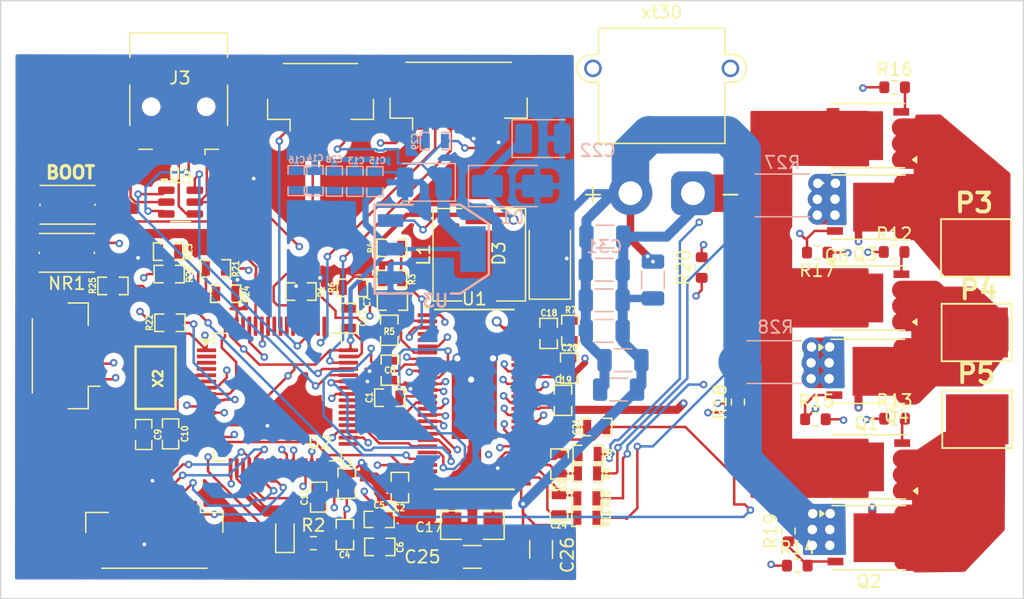
<source format=kicad_pcb>
(kicad_pcb (version 20241229) (generator "pcbnew") (generator_version "9.0")
  (layers (0 "F.Cu" signal) (4 "In1.Cu" signal) (6 "In2.Cu" signal) (2 "B.Cu" signal) (13 "F.Paste" user) (15 "B.Paste" user) (5 "F.SilkS" user "F.Silkscreen") (7 "B.SilkS" user "B.Silkscreen") (1 "F.Mask" user) (3 "B.Mask" user) (25 "Edge.Cuts" user))
  (net 0 "")
  (net 1 "Net-(U2-BOOT0)")
  (net 2 "V_SUPPLY")
  (net 3 "Net-(U1-CP1)")
  (net 4 "Net-(U1-CP2)")
  (net 5 "Net-(U1-AVDD)")
  (net 6 "Net-(U1-GVDD)")
  (net 7 "Net-(U1-DVDD)")
  (net 8 "Net-(U1-COMP)")
  (net 9 "Net-(C8-Pad2)")
  (net 10 "Net-(U2-PH0)")
  (net 11 "Net-(U2-PH1)")
  (net 12 "Net-(U2-VCAP_1)")
  (net 13 "Net-(U2-VCAP_2)")
  (net 14 "VCC")
  (net 15 "GND")
  (net 16 "Net-(U1-BST_BK)")
  (net 17 "Net-(D3-K)")
  (net 18 "/drv8302/H2_VS")
  (net 19 "Net-(U1-BST_B)")
  (net 20 "Net-(U1-BST_A)")
  (net 21 "/drv8302/H1_VS")
  (net 22 "/drv8302/H3_VS")
  (net 23 "Net-(U1-BST_C)")
  (net 24 "Net-(U1-SP1)")
  (net 25 "Net-(U1-SN1)")
  (net 26 "Net-(U1-SN2)")
  (net 27 "Net-(U1-SP2)")
  (net 28 "LED_STATUS")
  (net 29 "Net-(D2-K)")
  (net 30 "USB_CONN_D-")
  (net 31 "USB_CONN_D+")
  (net 35 "+5V")
  (net 38 "SWCLK")
  (net 39 "+3.3V")
  (net 40 "SWDIO")
  (net 41 "NRST")
  (net 42 "Net-(U1-RT_CLK)")
  (net 43 "Net-(U1-BIAS)")
  (net 44 "/Stm32f405/SENS1")
  (net 45 "/Stm32f405/SENS2")
  (net 46 "/Stm32f405/SENS3")
  (net 47 "Net-(Q1-G)")
  (net 48 "/Stm32f405/FAULT")
  (net 49 "/drv8302/M_L2")
  (net 50 "/Stm32f405/DC_CAL")
  (net 51 "/drv8302/M_H3")
  (net 52 "Net-(U1-DTC)")
  (net 54 "/Stm32f405/Current_ADC_1")
  (net 56 "/Stm32f405/GAIN")
  (net 57 "/drv8302/M_H2")
  (net 59 "/Stm32f405/Current_ADC_2")
  (net 61 "/Stm32f405/L3")
  (net 62 "/drv8302/M_H1")
  (net 63 "/Stm32f405/EN_GATE")
  (net 64 "/Stm32f405/M_PWM")
  (net 65 "/drv8302/H2_LOW")
  (net 66 "Net-(U1-VSENSE)")
  (net 67 "/drv8302/M_L1")
  (net 68 "Net-(Q2-G)")
  (net 69 "/Stm32f405/L2")
  (net 70 "/drv8302/M_L3")
  (net 71 "/drv8302/H1_LOW")
  (net 72 "/Stm32f405/L1")
  (net 73 "I2C_SCL")
  (net 76 "SPI1_MOSI")
  (net 79 "/Stm32f405/H2")
  (net 80 "SPI1_SCK")
  (net 81 "ADC3")
  (net 86 "UART_TX")
  (net 89 "USB_D-")
  (net 90 "USB_D+")
  (net 91 "UART_RX")
  (net 92 "SPI1_MISO")
  (net 94 "SPI1_CS")
  (net 95 "I2C_SDA")
  (net 97 "/Stm32f405/H1")
  (net 104 "/Stm32f405/H3")
  (net 106 "Net-(Q3-G)")
  (net 107 "Net-(Q4-G)")
  (net 108 "Net-(Q5-G)")
  (net 109 "Net-(Q6-G)")
  (footprint "CRF1:SMD-0603_r" (layer "F.Cu") (at 152.9 82.7 -90)
    (property "Reference" "R5")
    (property "Value" "15k" (hide yes))
  )
  (footprint "Connector_JST:JST_GH_BM06B-GHS-TBT_1x06-1MP_P1.25mm_Vertical" (layer "F.Cu") (at 158.45 63.85)
    (property "Reference" "J5" (hide yes))
    (property "Value" "SWD" (hide yes))
  )
  (footprint "Package_SO:PowerPAK_SO-8_Single" (layer "F.Cu") (at 191.27 93.64 180)
    (property "Reference" "Q1")
    (property "Value" "sir182dp" (hide yes))
  )
  (footprint "CRF1:SMD-0603_r" (layer "F.Cu") (at 168.762 94.162)
    (property "Reference" "R9")
    (property "Value" "100" (hide yes))
  )
  (footprint "Resistor_SMD:R_0603_1608Metric" (layer "F.Cu") (at 187.15 76.48 180)
    (property "Reference" "R17")
    (property "Value" "4.7")
  )
  (footprint "Inductor_SMD:L_7.3x7.3_H4.5" (layer "F.Cu") (at 160.1005 76.65278 90)
    (property "Reference" "L1")
    (property "Value" "L")
  )
  (footprint "Resistor_SMD:R_0603_1608Metric" (layer "F.Cu") (at 187 89.83 180)
    (property "Reference" "R15")
    (property "Value" "4.7" (hide yes))
  )
  (footprint "Resistor_SMD:R_0603_1608Metric" (layer "F.Cu") (at 146.825 99.75)
    (property "Reference" "R2")
    (property "Value" "220" (hide yes))
  )
  (footprint "CRF1:SMD-0603_r" (layer "F.Cu") (at 167.4 82.712 90)
    (property "Reference" "R7")
    (property "Value" "1M" (hide yes))
  )
  (footprint "Package_TO_SOT_SMD:SOT-23-6" (layer "F.Cu") (at 136.2 72.4375)
    (property "Reference" "U4")
    (property "Value" "USBLC6-2SC6")
  )
  (footprint "Resistor_SMD:R_0603_1608Metric" (layer "F.Cu") (at 193.295 76.43)
    (property "Reference" "R12")
    (property "Value" "4.7")
  )
  (footprint "Resistor_SMD:R_0603_1608Metric" (layer "F.Cu") (at 177.9 77.675 90)
    (property "Reference" "R20")
    (property "Value" "39k" (hide yes))
  )
  (footprint "Package_SO:PowerPAK_SO-8_Single" (layer "F.Cu") (at 191.195 67.115 180)
    (property "Reference" "Q5" (hide yes))
    (property "Value" "sir182dp" (hide yes))
  )
  (footprint "CRF1:SMD-0603_c" (layer "F.Cu") (at 149.65 81.738 -90)
    (property "Reference" "C12")
    (property "Value" "2.2u" (hide yes))
  )
  (footprint "CRF1:1PAD_4x5mm" (layer "F.Cu") (at 199.9 82.88 90)
    (property "Reference" "P4")
    (property "Value" "B" (hide yes))
  )
  (footprint "Connector_JST:JST_GH_BM04B-GHS-TBT_1x04-1MP_P1.25mm_Vertical" (layer "F.Cu") (at 147.4 63.95)
    (property "Reference" "J2" (hide yes))
    (property "Value" "UART" (hide yes))
  )
  (footprint "CRF1:SMD-0603_r" (layer "F.Cu") (at 149.35 99.05 -90)
    (property "Reference" "C4")
    (property "Value" "2.2u" (hide yes))
  )
  (footprint "CRF1:SMD-0603_r" (layer "F.Cu") (at 167.3 85.738 90)
    (property "Reference" "C20")
    (property "Value" "220n" (hide yes))
  )
  (footprint "CRF1:SMD-1206" (layer "F.Cu") (at 159.55 98.3)
    (property "Reference" "C17")
    (property "Value" "10u, 50V" (hide yes))
  )
  (footprint "CRF1:SMD-0603_c" (layer "F.Cu") (at 152.088 97.85)
    (property "Reference" "C5")
    (property "Value" "2.2u" (hide yes))
  )
  (footprint "CRF1:SMD-0603_r" (layer "F.Cu") (at 135.288 78.2)
    (property "Reference" "R26")
    (property "Value" "2.2k" (hide yes))
  )
  (footprint "CRF1:SMD-0603_r" (layer "F.Cu") (at 166.8 88.312 90)
    (property "Reference" "C19")
    (property "Value" "220n" (hide yes))
  )
  (footprint "Diode_SMD:D_SMA" (layer "F.Cu") (at 165.75 76.7 90)
    (property "Reference" "D3")
    (property "Value" "D_Schottky")
  )
  (footprint "CRF1:SMD-0603_r" (layer "F.Cu") (at 153.088 78.6)
    (property "Reference" "R3")
    (property "Value" "3.3k" (hide yes))
  )
  (footprint "CRF1:SMD-0603_r" (layer "F.Cu") (at 153.088 76.1 180)
    (property "Reference" "R4")
    (property "Value" "18k" (hide yes))
  )
  (footprint "Package_SO:PowerPAK_SO-8_Single" (layer "F.Cu") (at 191.235 72.84)
    (property "Reference" "Q6")
    (property "Value" "sir182dp" (hide yes))
  )
  (footprint "CRF1:SMD-0603_r" (layer "F.Cu") (at 153.15 80.4 180)
    (property "Reference" "C7")
    (property "Value" "120p" (hide yes))
  )
  (footprint "Connector_USB:USB_Mini-B_Lumberg_2486_01_Horizontal" (layer "F.Cu") (at 136.05 64.8 180)
    (property "Reference" "J3")
    (property "Value" "USB_B_Mini")
  )
  (footprint "CRF1:SMD-0603_r" (layer "F.Cu") (at 169.5 90.45 180)
    (property "Reference" "C21")
    (property "Value" "220n" (hide yes))
  )
  (footprint "Resistor_SMD:R_0603_1608Metric" (layer "F.Cu") (at 185.55 101.55)
    (property "Reference" "R14")
    (property "Value" "4.7")
  )
  (footprint "CRF1:SMD-0603_r" (layer "F.Cu") (at 166.474 96.674 -90)
    (property "Reference" "C24")
    (property "Value" "2.2n" (hide yes))
  )
  (footprint "CRF1:SMD-0603_c" (layer "F.Cu") (at 133.25 91.05 -90)
    (property "Reference" "C9")
    (property "Value" "15p" (hide yes))
  )
  (footprint "CRF1:SMD-0603_r" (layer "F.Cu") (at 168.712 96.162)
    (property "Reference" "R10")
    (property "Value" "100" (hide yes))
  )
  (footprint "Package_QFP:LQFP-64_10x10mm_P0.5mm" (layer "F.Cu") (at 143.95 88.05)
    (property "Reference" "U2")
    (property "Value" "STM32F405RGTx" (hide yes))
  )
  (footprint "CRF1:SMD-0603_r" (layer "F.Cu") (at 145.838 79.6)
    (property "Reference" "R1")
    (property "Value" "10k" (hide yes))
  )
  (footprint "Package_SO:PowerPAK_SO-8_Single" (layer "F.Cu") (at 191.27 99.315)
    (property "Reference" "Q2")
    (property "Value" "sir182dp" (hide yes))
  )
  (footprint "Button_Switch_SMD:SW_Push_1P1T_NO_CK_KMR2" (layer "F.Cu") (at 127.15 72.65 180)
    (property "Reference" "B1" (hide yes))
    (property "Value" "SW_Push" (hide yes))
  )
  (footprint "CRF1:SMD-0603_r" (layer "F.Cu") (at 130.788 79.15 180)
    (property "Reference" "R25")
    (property "Value" "2.2k" (hide yes))
  )
  (footprint "CRF1:SMD-0603_r" (layer "F.Cu") (at 153.75 95.288 -90)
    (property "Reference" "C2")
    (property "Value" "2.2u" (hide yes))
  )
  (footprint "CRF1:1PAD_4x5mm" (layer "F.Cu") (at 199.85 76.1 90)
    (property "Reference" "P3")
    (property "Value" "A" (hide yes))
  )
  (footprint "CRF1:SMD-0603_r" (layer "F.Cu") (at 149.95 79.3 180)
    (property "Reference" "R6")
    (property "Value" "220k" (hide yes))
  )
  (footprint "Connector_JST:JST_GH_BM04B-GHS-TBT_1x04-1MP_P1.25mm_Vertical" (layer "F.Cu") (at 126.95 84.75 90)
    (property "Reference" "J1" (hide yes))
    (property "Value" "I2C" (hide yes))
  )
  (footprint "Resistor_SMD:R_0603_1608Metric" (layer "F.Cu") (at 193.33 89.78)
    (property "Reference" "R13")
    (property "Value" "4.7")
  )
  (footprint "CRF1:SMD-0603_r" (layer "F.Cu") (at 168.712 97.712)
    (property "Reference" "R11")
    (property "Value" "100" (hide yes))
  )
  (footprint "CRF1:SMD-0603_r" (layer "F.Cu") (at 152.138 100.05)
    (property "Reference" "C6")
    (property "Value" "2.2u" (hide yes))
  )
  (footprint "Package_SO:HTSSOP-56-1EP_6.1x14mm_P0.5mm_EP3.61x6.35mm" (layer "F.Cu") (at 159.7034 88.24)
    (property "Reference" "U1")
    (property "Value" "DRV8302")
  )
  (footprint "CRF1:SMD-0603_r" (layer "F.Cu") (at 166.524 93.412 -90)
    (property "Reference" "C23")
    (property "Value" "2.2n" (hide yes))
  )
  (footprint "CRF1:SMD-0603_r" (layer "F.Cu") (at 135.35 82.1 180)
    (property "Reference" "R22")
    (property "Value" "39k" (hide yes))
  )
  (footprint "Package_SO:PowerPAK_SO-8_Single" (layer "F.Cu") (at 191.21 80.115 180)
    (property "Reference" "Q3")
    (property "Value" "sir182dp" (hide yes))
  )
  (footprint "CRF1:SMD-0603_c" (layer "F.Cu") (at 135.4 91 -90)
    (property "Reference" "C10")
    (property "Value" "15p" (hide yes))
  )
  (footprint "Capacitor_SMD:C_1206_3216Metric" (layer "F.Cu") (at 159.55 100.85)
    (property "Reference" "C25")
    (property "Value" "10u,50v" (hide yes))
  )
  (footprint "CRF1:SMD-0603_r" (layer "F.Cu") (at 138.988 77.75)
    (property "Reference" "R21")
    (property "Value" "39k" (hide yes))
  )
  (footprint "CRF1:SMD-0603_c" (layer "F.Cu") (at 147.25 96.062 90)
    (property "Reference" "C11")
    (property "Value" "2.2u" (hide yes))
  )
  (footprint "CRF1:SMD-0603_r" (layer "F.Cu") (at 165.65 82.95 90)
    (property "Reference" "C18")
    (property "Value" "100n" (hide yes))
  )
  (footprint "CRF1:1PAD_4x5mm" (layer "F.Cu") (at 199.95 89.83 90)
    (property "Reference" "P5")
    (property "Value" "C" (hide yes))
  )
  (footprint "CRF1:SMD-0603_r" (layer "F.Cu") (at 152.95 85.9 90)
    (property "Reference" "C8")
    (property "Value" "6.8n" (hide yes))
  )
  (footprint "Resistor_SMD:R_0603_1608Metric" (layer "F.Cu") (at 180.8 88.45 90)
    (property "Reference" "R18")
    (property "Value" "39k" (hide yes))
  )
  (footprint "Button_Switch_SMD:SW_Push_1P1T_NO_CK_KMR2" (layer "F.Cu") (at 127.1 76.5 180)
    (property "Reference" "NR1")
    (property "Value" "SW_Push" (hide yes))
  )
  (footprint "Resistor_SMD:R_0603_1608Metric" (layer "F.Cu") (at 193.34 63.24)
    (property "Reference" "R16")
    (property "Value" "4.7")
  )
  (footprint "Resistor_SMD:R_0603_1608Metric" (layer "F.Cu") (at 184.85 98.78 90)
    (property "Reference" "R19")
    (property "Value" "39k" (hide yes))
  )
  (footprint "CRF1:SMD-0603_r" (layer "F.Cu") (at 139.812 79.774)
    (property "Reference" "R24")
    (property "Value" "2.2k" (hide yes))
  )
  (footprint "CRF1:SMD-0603_r" (layer "F.Cu") (at 152.938 88.1 180)
    (property "Reference" "C1")
    (property "Value" "22n" (hide yes))
  )
  (footprint "Capacitor_SMD:C_1206_3216Metric" (layer "F.Cu") (at 165.05 100.25 90)
    (property "Reference" "C26")
    (property "Value" "10u,50v" (hide yes))
  )
  (footprint "Connector_JST:JST_GH_BM06B-GHS-TBT_1x06-1MP_P1.25mm_Vertical" (layer "F.Cu") (at 134.1 99.15 180)
    (property "Reference" "J6" (hide yes))
    (property "Value" "SPI1" (hide yes))
  )
  (footprint "Connector_AMASS:AMASS_XT30PW-M_1x02_P2.50mm_Horizontal" (layer "F.Cu") (at 177.2 71.725)
    (property "Reference" "xt30")
    (property "Value" "XT30")
  )
  (footprint "CRF1:SMD-0603_r" (layer "F.Cu") (at 149.5 94.95 90)
    (property "Reference" "C3")
    (property "Value" "2.2u" (hide yes))
  )
  (footprint "Package_SO:PowerPAK_SO-8_Single" (layer "F.Cu") (at 191.19 85.99)
    (property "Reference" "Q4")
    (property "Value" "sir182dp" (hide yes))
  )
  (footprint "CRF1:SMD-0603_r" (layer "F.Cu") (at 168.812 92.612)
    (property "Reference" "R8")
    (property "Value" "100" (hide yes))
  )
  (footprint "CRF1:SMD-0603_r" (layer "F.Cu") (at 135.238 76.4)
    (property "Reference" "R23")
    (property "Value" "39k" (hide yes))
  )
  (footprint "LED_SMD:LED_0603_1608Metric" (layer "F.Cu") (at 144.55 99.0125 90)
    (property "Reference" "D2" (hide yes))
    (property "Value" "LED")
  )
  (footprint "CRF1:Crystal_5x3mm" (layer "F.Cu") (at 134.2 86.5 -90)
    (property "Reference" "X2")
    (property "Value" "8MHz" (hide yes))
  )
  (footprint "Capacitor_SMD:C_1206_3216Metric" (layer "B.Cu") (at 170.1 82.75 180)
    (property "Reference" "C33" (hide yes))
    (property "Value" "15u,50v" (hide yes))
  )
  (footprint "Capacitor_SMD:C_1206_3216Metric" (layer "B.Cu") (at 174 78.675 90)
    (property "Reference" "C36" (hide yes))
    (property "Value" "15u,50v" (hide yes))
  )
  (footprint "CRF1:SMD-0603_r" (layer "B.Cu") (at 156.588 67.55 180)
    (property "Reference" "C29")
    (property "Value" "2.2u" (hide yes))
  )
  (footprint "Resistor_SMD:R_2512_6332Metric" (layer "B.Cu") (at 183.7 85.25 180)
    (property "Reference" "R28")
    (property "Value" "R005")
  )
  (footprint "CRF1:SMD-0603_c" (layer "B.Cu") (at 145.45 70.712 -90)
    (property "Reference" "C16")
    (property "Value" "2.2u" (hide yes))
  )
  (footprint "Diode_SMD:D_SMA" (layer "B.Cu") (at 162.75 71.15)
    (property "Reference" "D1")
    (property "Value" "TVS 5v" (hide yes))
  )
  (footprint "Capacitor_Tantalum_SMD:CP_EIA-3528-21_Kemet-B" (layer "B.Cu") (at 165.2 67.35)
    (property "Reference" "C22")
    (property "Value" "100u")
  )
  (footprint "CRF1:SMD-0603_c" (layer "B.Cu") (at 150.15 70.774 -90)
    (property "Reference" "C13")
    (property "Value" "2.2u" (hide yes))
  )
  (footprint "CRF1:SOT-223" (layer "B.Cu") (at 156.298 76.2 90)
    (property "Reference" "U3")
    (property "Value" "TC2117" (hide yes))
  )
  (footprint "Capacitor_SMD:C_1206_3216Metric" (layer "B.Cu") (at 170.1 77.85 180)
    (property "Reference" "C31")
    (property "Value" "10u,50v" (hide yes))
  )
  (footprint "Capacitor_SMD:C_1206_3216Metric" (layer "B.Cu") (at 171.25 87.45 180)
    (property "Reference" "C35" (hide yes))
    (property "Value" "10u,50v" (hide yes))
  )
  (footprint "Capacitor_SMD:C_1206_3216Metric" (layer "B.Cu") (at 170.15 75.2)
    (property "Reference" "C27" (hide yes))
    (property "Value" "10u,50v" (hide yes))
  )
  (footprint "CRF1:SMD-0603_c" (layer "B.Cu") (at 146.95 70.712 -90)
    (property "Reference" "C14")
    (property "Value" "2.2u" (hide yes))
  )
  (footprint "Capacitor_Tantalum_SMD:CP_EIA-3528-21_Kemet-B" (layer "B.Cu") (at 155.71 70.85 180)
    (property "Reference" "C30" (hide yes))
    (property "Value" "100u" (hide yes))
  )
  (footprint "Resistor_SMD:R_2512_6332Metric" (layer "B.Cu") (at 184.35 71.9 180)
    (property "Reference" "R27")
    (property "Value" "R005")
  )
  (footprint "CRF1:SMD-0603_c" (layer "B.Cu") (at 148.5 70.762 -90)
    (property "Reference" "C28")
    (property "Value" "2.2u" (hide yes))
  )
  (footprint "CRF1:SMD-0603_c" (layer "B.Cu") (at 151.75 70.8 -90)
    (property "Reference" "C15")
    (property "Value" "2.2u" (hide yes))
  )
  (footprint "Capacitor_SMD:C_1206_3216Metric" (layer "B.Cu") (at 171.6 85.1 180)
    (property "Reference" "C34" (hide yes))
    (property "Value" "10u,50v" (hide yes))
  )
  (footprint "Capacitor_SMD:C_1206_3216Metric" (layer "B.Cu") (at 170.1 80.3 180)
    (property "Reference" "C32" (hide yes))
    (property "Value" "10u,50v" (hide yes))
  )
  (gr_rect (start 121.8 56.3) (end 203.65 104.2) (stroke (width 0.1)) (fill no) (layer "Edge.Cuts"))
  (gr_text "BOOT" (at 125.3 70.65 0) (layer "F.SilkS") (effects (font (size 1 1) (thickness 0.25) (bold yes)) (justify left bottom)))
  (segment (start 131.3385 73.9885) (end 138.588443 73.9885) (width 0.2) (layer "F.Cu") (net 1))
  (segment (start 138.588443 73.9885) (end 142.251 77.651057) (width 0.2) (layer "F.Cu") (net 1))
  (segment (start 142.2 78.199943) (end 142.2 82.375) (width 0.2) (layer "F.Cu") (net 1))
  (segment (start 142.251 77.651057) (end 142.251 78.148943) (width 0.2) (layer "F.Cu") (net 1))
  (segment (start 125.1 71.85) (end 129.2 71.85) (width 0.2) (layer "F.Cu") (net 1))
  (segment (start 129.2 71.85) (end 131.3385 73.9885) (width 0.2) (layer "F.Cu") (net 1))
  (segment (start 142.251 78.148943) (end 142.2 78.199943) (width 0.2) (layer "F.Cu") (net 1))
  (segment (start 177.2 71.725) (end 183.425 71.725) (width 3) (layer "F.Cu") (net 2))
  (segment (start 163.4534 96.4534) (end 163.6 96.6) (width 0.2) (layer "F.Cu") (net 2))
  (segment (start 162.49 82.99) (end 163.4534 82.99) (width 0.2) (layer "F.Cu") (net 2))
  (segment (start 163.4534 94.99) (end 162.01 94.99) (width 0.2) (layer "F.Cu") (net 2))
  (segment (start 163.6 96.6) (end 163.425 96.6) (width 0.2) (layer "F.Cu") (net 2))
  (segment (start 161.201 98.3) (end 161.201 95.799) (width 0.2) (layer "F.Cu") (net 2))
  (segment (start 165.05 98.775) (end 163.6 97.325) (width 0.2) (layer "F.Cu") (net 2))
  (segment (start 161.5 82) (end 161.5 82.15) (width 0.2) (layer "F.Cu") (net 2))
  (segment (start 162.01 94.99) (end 161.201 95.799) (width 0.2) (layer "F.Cu") (net 2))
  (segment (start 163.6 96.6) (end 163.6 99.8) (width 0.2) (layer "F.Cu") (net 2))
  (segment (start 163.6 99.8) (end 162.55 100.85) (width 0.2) (layer "F.Cu") (net 2))
  (segment (start 161.5 82) (end 162.49 82.99) (width 0.2) (layer "F.Cu") (net 2))
  (segment (start 163.4534 94.99) (end 163.4534 96.4534) (width 0.2) (layer "F.Cu") (net 2))
  (segment (start 161.5 82) (end 161.99 82.49) (width 0.2) (layer "F.Cu") (net 2))
  (segment (start 161.5 82) (end 161.74444 82) (width 0.2) (layer "F.Cu") (net 2))
  (segment (start 161.99 82.49) (end 163.4534 82.49) (width 0.2) (layer "F.Cu") (net 2))
  (segment (start 162.55 100.85) (end 161.025 100.85) (width 0.2) (layer "F.Cu") (net 2))
  (segment (start 163.6 97.325) (end 163.6 96.6) (width 0.2) (layer "F.Cu") (net 2))
  (via (at 163.6 96.6) (size 0.6) (drill 0.3) (layers "F.Cu" "B.Cu") (net 2))
  (via (at 161.5 82) (size 0.8) (drill 0.5) (layers "F.Cu" "B.Cu") (net 2))
  (segment (start 171.575 82.75) (end 171.575 83.6) (width 0.8) (layer "B.Cu") (net 2))
  (segment (start 171.575 80.3) (end 171.575 82.75) (width 0.8) (layer "B.Cu") (net 2))
  (segment (start 171.625 75.2) (end 175.1 75.2) (width 0.8) (layer "B.Cu") (net 2))
  (segment (start 171.725 80.15) (end 171.575 80.3) (width 0.2) (layer "B.Cu") (net 2))
  (segment (start 171.625 75.2) (end 171.625 77.8) (width 0.8) (layer "B.Cu") (net 2))
  (segment (start 171.575 83.6) (end 173.075 85.1) (width 0.8) (layer "B.Cu") (net 2))
  (segment (start 174 80.15) (end 171.725 80.15) (width 0.6) (layer "B.Cu") (net 2))
  (segment (start 172.725 87.45) (end 172.725 87.475) (width 0.8) (layer "B.Cu") (net 2))
  (segment (start 171.575 77.85) (end 171.575 80.3) (width 0.8) (layer "B.Cu") (net 2))
  (segment (start 175.1 75.2) (end 177.2 73.1) (width 0.8) (layer "B.Cu") (net 2))
  (segment (start 171.625 77.8) (end 171.575 77.85) (width 0.8) (layer "B.Cu") (net 2))
  (segment (start 177.2 73.1) (end 177.2 71.725) (width 0.2) (layer "B.Cu") (net 2))
  (segment (start 173.075 87.1) (end 172.725 87.45) (width 0.8) (layer "B.Cu") (net 2))
  (segment (start 173.075 85.1) (end 173.075 87.1) (width 0.8) (layer "B.Cu") (net 2))
  (segment (start 172.725 87.475) (end 163.6 96.6) (width 0.8) (layer "B.Cu") (net 2))
  (segment (start 155.9534 87.99) (end 153.81 87.99) (width 0.2) (layer "F.Cu") (net 3))
  (segment (start 153.81 87.99) (end 153.7 88.1) (width 0.2) (layer "F.Cu") (net 3))
  (segment (start 152.176 88.426) (end 153.15 89.4) (width 0.2) (layer "F.Cu") (net 4))
  (segment (start 153.15 89.4) (end 154.15 89.4) (width 0.2) (layer "F.Cu") (net 4))
  (segment (start 152.176 88.1) (end 152.176 88.426) (width 0.2) (layer "F.Cu") (net 4))
  (segment (start 155.9534 88.49) (end 155.06 88.49) (width 0.2) (layer "F.Cu") (net 4))
  (segment (start 155.06 88.49) (end 154.15 89.4) (width 0.2) (layer "F.Cu") (net 4))
  (segment (start 155.01 94.49) (end 154.974 94.526) (width 0.2) (layer "F.Cu") (net 5))
  (segment (start 154.974 94.526) (end 153.75 94.526) (width 0.2) (layer "F.Cu") (net 5))
  (segment (start 155.9534 94.49) (end 155.01 94.49) (width 0.2) (layer "F.Cu") (net 5))
  (segment (start 153.75 94.526) (end 153.92172 94.35428) (width 0.2) (layer "F.Cu") (net 5))
  (segment (start 149.5 95.712) (end 149.5 97) (width 0.2) (layer "F.Cu") (net 6))
  (segment (start 149.35 97.15) (end 149.5 97) (width 0.2) (layer "F.Cu") (net 6))
  (segment (start 157.25 87.6) (end 157.14 87.49) (width 0.2) (layer "F.Cu") (net 6))
  (segment (start 157.14 87.49) (end 155.9534 87.49) (width 0.2) (layer "F.Cu") (net 6))
  (segment (start 149.35 98.288) (end 149.35 97.15) (width 0.2) (layer "F.Cu") (net 6))
  (via (at 157.25 87.6) (size 0.6) (drill 0.3) (layers "F.Cu" "B.Cu") (net 6))
  (via (at 149.5 97) (size 0.6) (drill 0.3) (layers "F.Cu" "B.Cu") (net 6))
  (segment (start 157.224403 92.824403) (end 156.89 92.49) (width 0.2) (layer "F.Cu") (net 7))
  (segment (start 151.326 97.976) (end 151.376 98.026) (width 0.2) (layer "F.Cu") (net 7))
  (segment (start 151.326 97.85) (end 151.326 97.976) (width 0.2) (layer "F.Cu") (net 7))
  (segment (start 151.326 96.326) (end 151.326 97.85) (width 0.2) (layer "F.Cu") (net 7))
  (segment (start 155.9534 86.49) (end 156.872338 86.49) (width 0.2) (layer "F.Cu") (net 7))
  (segment (start 151.376 98.026) (end 151.376 100.05) (width 0.2) (layer "F.Cu") (net 7))
  (segment (start 150.9 95.9) (end 151.326 96.326) (width 0.2) (layer "F.Cu") (net 7))
  (segment (start 157.5974 85.764938) (end 157.5974 84.3526) (width 0.2) (layer "F.Cu") (net 7))
  (segment (start 156.872338 86.49) (end 157.5974 85.764938) (width 0.2) (layer "F.Cu") (net 7))
  (segment (start 156.89 92.49) (end 155.9534 92.49) (width 0.2) (layer "F.Cu") (net 7))
  (segment (start 157.224403 93.703105) (end 157.224403 92.824403) (width 0.2) (layer "F.Cu") (net 7))
  (segment (start 150.9 95.6) (end 150.9 95.9) (width 0.2) (layer "F.Cu") (net 7))
  (segment (start 157.5974 84.3526) (end 157.6 84.35) (width 0.2) (layer "F.Cu") (net 7))
  (via (at 157.6 84.35) (size 0.6) (drill 0.3) (layers "F.Cu" "B.Cu") (net 7))
  (via (at 157.224403 93.703105) (size 0.6) (drill 0.3) (layers "F.Cu" "B.Cu") (net 7))
  (via (at 150.9 95.6) (size 0.6) (drill 0.3) (layers "F.Cu" "B.Cu") (net 7))
  (segment (start 153.699 87.648886) (end 153.699 84.600057) (width 0.2) (layer "B.Cu") (net 7))
  (segment (start 158.951 92.950414) (end 158.951 91.951) (width 0.2) (layer "B.Cu") (net 7))
  (segment (start 153.699 84.600057) (end 154.051057 84.248) (width 0.2) (layer "B.Cu") (net 7))
  (segment (start 157.224403 93.703105) (end 157.325105 93.803807) (width 0.2) (layer "B.Cu") (net 7))
  (segment (start 157.498 84.248) (end 157.6 84.35) (width 0.2) (layer "B.Cu") (net 7))
  (segment (start 158.097607 93.803807) (end 158.951 92.950414) (width 0.2) (layer "B.Cu") (net 7))
  (segment (start 154.051057 84.248) (end 157.498 84.248) (width 0.2) (layer "B.Cu") (net 7))
  (segment (start 158.951 91.951) (end 157.951 90.951) (width 0.2) (layer "B.Cu") (net 7))
  (segment (start 157.001114 90.951) (end 153.699 87.648886) (width 0.2) (layer "B.Cu") (net 7))
  (segment (start 157.951 90.951) (end 157.001114 90.951) (width 0.2) (layer "B.Cu") (net 7))
  (segment (start 157.325105 93.803807) (end 158.097607 93.803807) (width 0.2) (layer "B.Cu") (net 7))
  (segment (start 152.9 81.938) (end 152.903 81.941) (width 0.2) (layer "F.Cu") (net 8))
  (segment (start 155.9044 81.941) (end 155.9534 81.99) (width 0.2) (layer "F.Cu") (net 8))
  (segment (start 152.388 80.4) (end 152.388 81.426) (width 0.2) (layer "F.Cu") (net 8))
  (segment (start 152.388 81.426) (end 152.9 81.938) (width 0.2) (layer "F.Cu") (net 8))
  (segment (start 152.9 81.938) (end 152.9856 81.8524) (width 0.2) (layer "F.Cu") (net 8))
  (segment (start 152.903 81.941) (end 155.9044 81.941) (width 0.2) (layer "F.Cu") (net 8))
  (segment (start 152.9 85.088) (end 152.95 85.138) (width 0.2) (layer "F.Cu") (net 9))
  (segment (start 152.9 83.462) (end 152.9 85.088) (width 0.2) (layer "F.Cu") (net 9))
  (segment (start 134.55 86.40024) (end 134.65024 86.3) (width 0.2) (layer "F.Cu") (net 10))
  (segment (start 132.95032 84.60008) (end 134.65024 86.3) (width 0.2) (layer "F.Cu") (net 10))
  (segment (start 134.65024 86.3) (end 138.275 86.3) (width 0.2) (layer "F.Cu") (net 10))
  (segment (start 133.25 90.288) (end 134.55 88.988) (width 0.2) (layer "F.Cu") (net 10))
  (segment (start 134.55 88.988) (end 134.55 86.40024) (width 0.2) (layer "F.Cu") (net 10))
  (segment (start 135.4 88.4496) (end 135.44968 88.39992) (width 0.2) (layer "F.Cu") (net 11))
  (segment (start 135.4 90.238) (end 135.4 88.4496) (width 0.2) (layer "F.Cu") (net 11))
  (segment (start 135.44968 88.39992) (end 135.44968 88.09893) (width 0.2) (layer "F.Cu") (net 11))
  (segment (start 135.44968 88.09893) (end 136.74861 86.8) (width 0.2) (layer "F.Cu") (net 11))
  (segment (start 136.74861 86.8) (end 138.275 86.8) (width 0.2) (layer "F.Cu") (net 11))
  (segment (start 147.25 95.3) (end 147.25 93.775) (width 0.2) (layer "F.Cu") (net 12))
  (segment (start 147.25 93.775) (end 147.2 93.725) (width 0.2) (layer "F.Cu") (net 12))
  (segment (start 150.433824 84.8) (end 149.625 84.8) (width 0.2) (layer "F.Cu") (net 13))
  (segment (start 150.701 83.551) (end 150.701 84.532824) (width 0.2) (layer "F.Cu") (net 13))
  (segment (start 149.65 82.5) (end 150.701 83.551) (width 0.2) (layer "F.Cu") (net 13))
  (segment (start 150.701 84.532824) (end 150.433824 84.8) (width 0.2) (layer "F.Cu") (net 13))
  (segment (start 155.9124 85.449) (end 155.9534 85.49) (width 0.2) (layer "F.Cu") (net 14))
  (segment (start 152.0065 85.7565) (end 152.7065 85.7565) (width 0.2) (layer "F.Cu") (net 14))
  (segment (start 153.629 85.95) (end 154.13 85.449) (width 0.2) (layer "F.Cu") (net 14))
  (segment (start 151.45 84.15) (end 151.45 85.2) (width 0.2) (layer "F.Cu") (net 14))
  (segment (start 152.9 85.95) (end 153.629 85.95) (width 0.2) (layer "F.Cu") (net 14))
  (segment (start 154.13 85.449) (end 155.9124 85.449) (width 0.2) (layer "F.Cu") (net 14))
  (segment (start 155.9534 92.99) (end 154.54 92.99) (width 0.2) (layer "F.Cu") (net 14))
  (segment (start 152.7065 85.7565) (end 152.9 85.95) (width 0.2) (layer "F.Cu") (net 14))
  (segment (start 151.45 85.2) (end 152.0065 85.7565) (width 0.2) (layer "F.Cu") (net 14))
  (segment (start 154.54 92.99) (end 154.25 92.7) (width 0.2) (layer "F.Cu") (net 14))
  (segment (start 155.9044 85.441) (end 155.9534 85.49) (width 0.2) (layer "F.Cu") (net 14))
  (via (at 154.25 92.7) (size 0.6) (drill 0.3) (layers "F.Cu" "B.Cu") (net 14))
  (via (at 151.45 84.15) (size 0.6) (drill 0.3) (layers "F.Cu" "B.Cu") (net 14))
  (segment (start 154.247 92.703) (end 154.25 92.7) (width 0.2) (layer "B.Cu") (net 14))
  (segment (start 148.350057 85.95) (end 147.649 86.651057) (width 0.2) (layer "B.Cu") (net 14))
  (segment (start 150 85.95) (end 148.350057 85.95) (width 0.2) (layer "B.Cu") (net 14))
  (segment (start 151.45 84.15) (end 151.45 84.5) (width 0.2) (layer "B.Cu") (net 14))
  (segment (start 150.797218 92.703) (end 154.247 92.703) (width 0.2) (layer "B.Cu") (net 14))
  (segment (start 147.649 86.651057) (end 147.649 89.554782) (width 0.2) (layer "B.Cu") (net 14))
  (segment (start 147.649 89.554782) (end 150.797218 92.703) (width 0.2) (layer "B.Cu") (net 14))
  (segment (start 151.45 84.5) (end 150 85.95) (width 0.2) (layer "B.Cu") (net 14))
  (segment (start 153.338 87.05) (end 152.95 86.662) (width 0.2) (layer "F.Cu") (net 15))
  (segment (start 151.4 86.05) (end 151.325 85.975) (width 0.2) (layer "F.Cu") (net 15))
  (segment (start 132.225 98.775) (end 133.3 99.85) (width 0.2) (layer "F.Cu") (net 15))
  (segment (start 140.7 79.9) (end 140.7 82.375) (width 0.2) (layer "F.Cu") (net 15))
  (segment (start 160.325 66.675) (end 159.65 67.35) (width 0.2) (layer "F.Cu") (net 15))
  (segment (start 153.912 80.186) (end 152.326 78.6) (width 0.2) (layer "F.Cu") (net 15))
  (segment (start 186.215 97.955) (end 186.785 97.385) (width 0.2) (layer "F.Cu") (net 15))
  (segment (start 150.088 78.4) (end 152.126 78.4) (width 0.2) (layer "F.Cu") (net 15))
  (segment (start 138.275 89.8) (end 137.2829 89.8) (width 0.2) (layer "F.Cu") (net 15))
  (segment (start 165.05 101.725) (end 164.475 102.3) (width 0.2) (layer "F.Cu") (net 15))
  (segment (start 135.4 91.6829) (end 135.4 91.762) (width 0.2) (layer "F.Cu") (net 15))
  (segment (start 154.46 87.25) (end 154.3185 87.25) (width 0.2) (layer "F.Cu") (net 15))
  (segment (start 152.012 86.662) (end 151.4 86.05) (width 0.2) (layer "F.Cu") (net 15))
  (segment (start 171.812 97.712) (end 171.9 97.8) (width 0.2) (layer "F.Cu") (net 15))
  (segment (start 152.95 86.662) (end 151.288 86.662) (width 0.2) (layer "F.Cu") (net 15))
  (segment (start 132.587557 72.4375) (end 132.199 72.048943) (width 0.2) (layer "F.Cu") (net 15))
  (segment (start 153.912 80.4) (end 153.912 80.186) (width 0.2) (layer "F.Cu") (net 15))
  (segment (start 154.6 87.39) (end 154.46 87.25) (width 0.2) (layer "F.Cu") (net 15))
  (segment (start 172.75 96.95) (end 172.75 92) (width 0.2) (layer "F.Cu") (net 15))
  (segment (start 136.8 78.2) (end 137 78.4) (width 0.2) (layer "F.Cu") (net 15))
  (segment (start 137.2829 89.8) (end 135.4 91.6829) (width 0.2) (layer "F.Cu") (net 15))
  (segment (start 188.575 97.385) (end 188.6 97.41) (width 0.2) (layer "F.Cu") (net 15))
  (segment (start 151.888 94.188) (end 153.75 96.05) (width 0.2) (layer "F.Cu") (net 15))
  (segment (start 152.95 86.662) (end 152.012 86.662) (width 0.2) (layer "F.Cu") (net 15))
  (segment (start 184.85 97.955) (end 186.215 97.955) (width 0.2) (layer "F.Cu") (net 15))
  (segment (start 157.899 96.649) (end 158.098 96.45) (width 0.2) (layer "F.Cu") (net 15))
  (segment (start 132.225 97.2) (end 132.225 98.775) (width 0.2) (layer "F.Cu") (net 15))
  (segment (start 161.581383 93.11856) (end 161.581383 93.737011) (width 0.2) (layer "F.Cu") (net 15))
  (segment (start 157.899 98.3) (end 157.899 96.649) (width 0.2) (layer "F.Cu") (net 15))
  (segment (start 149.5 94.188) (end 151.888 94.188) (width 0.2) (layer "F.Cu") (net 15))
  (segment (start 172.2 75.4) (end 173.575 76.775) (width 0.6) (layer "F.Cu") (net 15))
  (segment (start 159.525 102.3) (end 158.075 100.85) (width 0.2) (layer "F.Cu") (net 15))
  (segment (start 136.05 78.2) (end 136.05 78.688) (width 0.2) (layer "F.Cu") (net 15))
  (segment (start 188.13 98.68) (end 188.15 98.66) (width 1.5) (layer "F.Cu") (net 15))
  (segment (start 142.923943 96.824) (end 147.25 96.824) (width 0.2) (layer "F.Cu") (net 15))
  (segment (start 154.3185 87.25) (end 154.3185 87.05) (width 0.2) (layer "F.Cu") (net 15))
  (segment (start 171.15 92.15) (end 171.2 92.1) (width 0.2) (layer "F.Cu") (net 15))
  (segment (start 186.75 99.93) (end 188.58 99.93) (width 1.5) (layer "F.Cu") (net 15))
  (segment (start 173.575 76.775) (end 174 77.2) (width 0.6) (layer "F.Cu") (net 15))
  (segment (start 132.199 72.048943) (end 132.199 69.826) (width 0.2) (layer "F.Cu") (net 15))
  (segment (start 152.126 78.4) (end 152.326 78.6) (width 0.2) (layer "F.Cu") (net 15))
  (segment (start 171.9 97.8) (end 172.75 96.95) (width 0.2) (layer "F.Cu") (net 15))
  (segment (start 167.4 81.95) (end 167.4 77.25) (width 0.2) (layer "F.Cu") (net 15))
  (segment (start 188.58 99.93) (end 188.6 99.95) (width 0.2) (layer "F.Cu") (net 15))
  (segment (start 136.05 78.2) (end 136.8 78.2) (width 0.2) (layer "F.Cu") (net 15))
  (segment (start 171.038 94.162) (end 171.15 94.05) (width 0.2) (layer "F.Cu") (net 15))
  (segment (start 140.7 93.725) (end 140.7 94.600057) (width 0.2) (layer "F.Cu") (net 15))
  (segment (start 135.0625 72.4375) (end 132.587557 72.4375) (width 0.2) (layer "F.Cu") (net 15))
  (segment (start 172.2 71.725) (end 172.2 75.4) (width 0.6) (layer "F.Cu") (net 15))
  (segment (start 155.9534 94.99) (end 155.61162 94.99) (width 0.2) (layer "F.Cu") (net 15))
  (segment (start 162.209943 92.49) (end 161.581383 93.11856) (width 0.2) (layer "F.Cu") (net 15))
  (segment (start 164.475 102.3) (end 159.525 102.3) (width 0.2) (layer "F.Cu") (net 15))
  (segment (start 149.188 79.3) (end 149.188 80.514) (width 0.2) (layer "F.Cu") (net 15))
  (segment (start 151.288 86.662) (end 151.15 86.8) (width 0.2) (layer "F.Cu") (net 15))
  (segment (start 140.7 94.600057) (end 142.923943 96.824) (width 0.2) (layer "F.Cu") (net 15))
  (segment (start 149.188 79.3) (end 150.088 78.4) (width 0.2) (layer "F.Cu") (net 15))
  (segment (start 171.15 94.05) (end 171.15 92.15) (width 0.2) (layer "F.Cu") (net 15))
  (segment (start 188.6 98.68) (end 186.77 98.68) (width 1.5) (layer "F.Cu") (net 15))
  (segment (start 160.325 65.8) (end 160.325 66.675) (width 0.2) (layer "F.Cu") (net 15))
  (segment (start 151.25 85.9) (end 151.25 85.85) (width 0.2) (layer "F.Cu") (net 15))
  (segment (start 154.3185 87.05) (end 153.338 87.05) (width 0.2) (layer "F.Cu") (net 15))
  (segment (start 159.45 86.65) (end 159.75 86.95) (width 1) (layer "F.Cu") (net 15))
  (segment (start 149.188 80.514) (end 149.65 80.976) (width 0.2) (layer "F.Cu") (net 15))
  (segment (start 159.75 93.25) (end 158.098 94.902) (width 1) (layer "F.Cu") (net 15))
  (segment (start 151.25 85.9) (end 151.325 85.975) (width 0.2) (layer "F.Cu") (net 15))
  (segment (start 169.524 94.162) (end 171.038 94.162) (width 0.2) (layer "F.Cu") (net 15))
  (segment (start 132.199 69.826) (end 134.45 67.575) (width 0.2) (layer "F.Cu") (net 15))
  (segment (start 163.4534 92.49) (end 162.209943 92.49) (width 0.2) (layer "F.Cu") (net 15))
  (segment (start 158.098 94.902) (end 158.098 96.45) (width 1) (layer "F.Cu") (net 15))
  (segment (start 186.785 97.385) (end 188.575 97.385) (width 1.5) (layer "F.Cu") (net 15))
  (segment (start 133.95 94.75) (end 132.225 96.475) (width 0.2) (layer "F.Cu") (net 15))
  (segment (start 149.796372 94.188) (end 150.684372 93.3) (width 0.2) (layer "F.Cu") (net 15))
  (segment (start 186.77 98.68) (end 186.75 98.66) (width 0.2) (layer "F.Cu") (net 15))
  (segment (start 159.75 86.95) (end 159.75 93.25) (width 1) (layer "F.Cu") (net 15))
  (segment (start 153.75 96.05) (end 154.55162 96.05) (width 0.2) (layer "F.Cu") (net 15))
  (segment (start 169.474 97.712) (end 171.812 97.712) (width 0.2) (layer "F.Cu") (net 15))
  (segment (start 167.4 77.25) (end 167.1 76.95) (width 0.2) (layer "F.Cu") (net 15))
  (segment (start 149.5 94.188) (end 149.796372 94.188) (width 0.2) (layer "F.Cu") (net 15))
  (segment (start 155.61162 94.99) (end 154.55162 96.05) (width 0.2) (layer "F.Cu") (net 15))
  (segment (start 132.225 96.475) (end 132.225 97.2) (width 0.2) (layer "F.Cu") (net 15))
  (segment (start 140.574 79.774) (end 140.7 79.9) (width 0.2) (layer "F.Cu") (net 15))
  (via (at 151.325 85.975) (size 0.6) (drill 0.3) (layers "F.Cu" "B.Cu") (net 15))
  (via (at 158.35 84.95) (size 0.8) (drill 0.5) (layers "F.Cu" "B.Cu") (net 15))
  (via (at 132.8 76.9) (size 0.6) (drill 0.3) (layers "F.Cu" "B.Cu") (net 15))
  (via (at 154.6 87.39) (size 0.6) (drill 0.3) (layers "F.Cu" "B.Cu") (net 15))
  (via (at 161.65 67.65) (size 0.6) (drill 0.3) (layers "F.Cu" "B.Cu") (net 15))
  (via (at 167.1 76.95) (size 0.6) (drill 0.3) (layers "F.Cu" "B.Cu") (net 15))
  (via (at 161.2 84.95) (size 0.8) (drill 0.5) (layers "F.Cu" "B.Cu") (net 15))
  (via (at 147.35 78.5) (size 0.6) (drill 0.3) (layers "F.Cu" "B.Cu") (net 15))
  (via (at 186.75 98.66) (size 1.524) (drill 0.762) (layers "F.Cu" "B.Cu") (net 15))
  (via (at 151.15 86.8) (size 0.6) (drill 0.3) (layers "F.Cu" "B.Cu") (net 15))
  (via (at 173.575 76.775) (size 0.6) (drill 0.3) (layers "F.Cu" "B.Cu") (net 15))
  (via (at 142.05 70.55) (size 0.6) (drill 0.3) (layers "F.Cu" "B.Cu") (net 15))
  (via (at 143.15 90.35) (size 0.6) (drill 0.3) (layers "F.Cu" "B.Cu") (net 15))
  (via (at 150.684372 93.3) (size 0.6) (drill 0.3) (layers "F.Cu" "B.Cu") (net 15))
  (via (at 186.785 97.385) (size 1.524) (drill 0.762) (layers "F.Cu" "B.Cu") (net 15))
  (via (at 171.2 92.1) (size 0.6) (drill 0.3) (layers "F.Cu" "B.Cu") (net 15))
  (via (at 172.75 92) (size 0.6) (drill 0.3) (layers "F.Cu" "B.Cu") (net 15))
  (via (at 174 77.2) (size 0.6) (drill 0.3) (layers "F.Cu" "B.Cu") (net 15))
  (via (at 159.65 67.35) (size 0.6) (drill 0.3) (layers "F.Cu" "B.Cu") (net 15))
  (via (at 140.75 78.65) (size 0.6) (drill 0.3) (layers "F.Cu" "B.Cu") (net 15))
  (via (at 186.75 99.93) (size 1.524) (drill 0.762) (layers "F.Cu" "B.Cu") (net 15))
  (via (at 188.15 98.66) (size 1.524) (drill 0.762) (layers "F.Cu" "B.Cu") (net 15))
  (via (at 133.95 94.75) (size 0.6) (drill 0.3) (layers "F.Cu" "B.Cu") (net 15))
  (via (at 188.15 99.93) (size 1.524) (drill 0.762) (layers "F.Cu" "B.Cu") (net 15))
  (via (at 145.45 79.15) (size 0.6) (drill 0.3) (layers "F.Cu" "B.Cu") (net 15))
  (via (at 161.581383 93.737011) (size 0.6) (drill 0.3) (layers "F.Cu" "B.Cu") (net 15))
  (via (at 137 78.4) (size 0.6) (drill 0.3) (layers "F.Cu" "B.Cu") (net 15))
  (via (at 188.185 97.385) (size 1.524) (drill 0.762) (layers "F.Cu" "B.Cu") (net 15))
  (via (at 133.3 99.85) (size 0.6) (drill 0.3) (layers "F.Cu" "B.Cu") (net 15))
  (via (at 159.45 86.65) (size 0.8) (drill 0.5) (layers "F.Cu" "B.Cu") (net 15))
  (segment (start 170.125 85.1) (end 170.125 87.1) (width 0.8) (layer "B.Cu") (net 15))
  (segment (start 161.35 67.35) (end 161.65 67.65) (width 0.2) (layer "B.Cu") (net 15))
  (segment (start 168.625 77.85) (end 168.625 80.3) (width 0.8) (layer "B.Cu") (net 15))
  (segment (start 135.5 76.9) (end 132.8 76.9) (width 0.2) (layer "B.Cu") (net 15))
  (segment (start 170.125 87.1) (end 169.775 87.45) (width 0.8) (layer "B.Cu") (net 15))
  (segment (start 181.1375 68.2875) (end 181.1375 71.95) (width 3) (layer "B.Cu") (net 15))
  (segment (start 173.9875 92) (end 180.7375 85.25) (width 0.2) (layer "B.Cu") (net 15))
  (segment (start 153.784372 94.665628) (end 153.9 94.55) (width 0.2) (layer "B.Cu") (net 15))
  (segment (start 159.45 86.05) (end 159.45 86.65) (width 0.2) (layer "B.Cu") (net 15))
  (segment (start 159.45 81.081736) (end 168.806736 71.725) (width 0.65) (layer "B.Cu") (net 15))
  (segment (start 168.675 75.2) (end 168.675 77.8) (width 0.8) (layer "B.Cu") (net 15))
  (segment (start 168.625 80.3) (end 168.625 82.75) (width 0.8) (layer "B.Cu") (net 15))
  (segment (start 171.2 92.1) (end 176.75 86.55) (width 0.2) (layer "B.Cu") (net 15))
  (segment (start 154.6 87.39) (end 154.6 87.1) (width 0.2) (layer "B.Cu") (net 15))
  (segment (start 176.75 78.8) (end 179.9875 75.5625) (width 0.2) (layer "B.Cu") (net 15))
  (segment (start 159.65 67.35) (end 161.35 67.35) (width 0.2) (layer "B.Cu") (net 15))
  (segment (start 168.625 83.6) (end 170.125 85.1) (width 0.8) (layer "B.Cu") (net 15))
  (segment (start 172.2 68.55) (end 173.7 67.05) (width 3) (layer "B.Cu") (net 15))
  (segment (start 168.675 77.8) (end 168.625 77.85) (width 0.8) (layer "B.Cu") (net 15))
  (segment (start 151.299943 86.8) (end 152.924971 85.174971) (width 0.2) (layer "B.Cu") (net 15))
  (segment (start 152.124942 85.975) (end 152.924971 85.174971) (width 0.2) (layer "B.Cu") (net 15))
  (segment (start 159.45 85.75) (end 159.45 81.081736) (width 0.65) (layer "B.Cu") (net 15))
  (segment (start 150.684372 93.3) (end 152.05 94.665628) (width 0.2) (layer "B.Cu") (net 15))
  (segment (start 152.996 78.486) (end 156.854264 78.486) (width 0.5) (layer "B.Cu") (net 15))
  (segment (start 180.7375 85.25) (end 181.201 85.7135) (width 3) (layer "B.Cu") (net 15))
  (segment (start 168.625 82.75) (end 168.625 83.6) (width 0.8) (layer "B.Cu") (net 15))
  (segment (start 172.2 71.725) (end 172.2 68.55) (width 3) (layer "B.Cu") (net 15))
  (segment (start 181.1375 71.95) (end 181.1375 73.35) (width 3) (layer "B.Cu") (net 15))
  (segment (start 179.9 67.05) (end 181.1375 68.2875) (width 3) (layer "B.Cu") (net 15))
  (segment (start 181.201 85.7135) (end 181.201 93.111) (width 3) (layer "B.Cu") (net 15))
  (segment (start 137 78.4) (end 135.5 76.9) (width 0.2) (layer "B.Cu") (net 15))
  (segment (start 161.2 84.95) (end 160.25 84.95) (width 0.2) (layer "B.Cu") (net 15))
  (segment (start 154.6 87.1) (end 155.651 86.049) (width 0.2) (layer "B.Cu") (net 15))
  (segment (start 133.3 99.85) (end 133.3 95.4) (width 0.2) (layer "B.Cu") (net 15))
  (segment (start 152.05 94.665628) (end 152.5 94.665628) (width 0.2) (layer "B.Cu") (net 15))
  (segment (start 176.75 86.55) (end 176.75 78.8) (width 0.2) (layer "B.Cu") (net 15))
  (segment (start 156.854264 78.486) (end 159.45 81.081736) (width 0.5) (layer "B.Cu") (net 15))
  (segment (start 168.675 73.875) (end 170.825 71.725) (width 0.8) (layer "B.Cu") (net 15))
  (segment (start 155.651 86.049) (end 157.251 86.049) (width 0.2) (layer "B.Cu") (net 15))
  (segment (start 168.675 75.2) (end 168.675 73.875) (width 0.8) (layer "B.Cu") (net 15))
  (segment (start 133.3 95.4) (end 133.95 94.75) (width 0.2) (layer "B.Cu") (net 15))
  (segment (start 181.1375 84.85) (end 180.7375 85.25) (width 3) (layer "B.Cu") (net 15))
  (segment (start 151.325 85.975) (end 152.124942 85.975) (width 0.2) (layer "B.Cu") (net 15))
  (segment (start 151.15 86.8) (end 151.299943 86.8) (width 0.2) (layer "B.Cu") (net 15))
  (segment (start 168.806736 71.725) (end 172.2 71.725) (width 0.65) (layer "B.Cu") (net 15))
  (segment (start 152.924971 85.174971) (end 152.996 85.103943) (width 0.2) (layer "B.Cu") (net 15))
  (segment (start 159.6 86.8) (end 159.45 86.65) (width 0.2) (layer "B.Cu") (net 15))
  (segment (start 151.75 70.038) (end 153.358 70.038) (width 0.2) (layer "B.Cu") (net 15))
  (segment (start 157.251 86.049) (end 158.35 84.95) (width 0.2) (layer "B.Cu") (net 15))
  (segment (start 170.825 71.725) (end 172.2 71.725) (width 0.2) (layer "B.Cu") (net 15))
  (segment (start 181.1375 73.35) (end 181.1375 84.85) (width 3) (layer "B.Cu") (net 15))
  (segment (start 172.75 92) (end 173.9875 92) (width 0.2) (layer "B.Cu") (net 15))
  (segment (start 152.996 85.103943) (end 152.996 78.486) (width 0.2) (layer "B.Cu") (net 15))
  (segment (start 160.25 84.95) (end 159.45 85.75) (width 0.2) (layer "B.Cu") (net 15))
  (segment (start 173.7 67.05) (end 179.9 67.05) (width 3) (layer "B.Cu") (net 15))
  (segment (start 179.9875 75.5625) (end 179.9875 74.5) (width 0.2) (layer "B.Cu") (net 15))
  (segment (start 181.201 93.111) (end 186.75 98.66) (width 3) (layer "B.Cu") (net 15))
  (segment (start 179.9875 74.5) (end 181.1375 73.35) (width 0.2) (layer "B.Cu") (net 15))
  (segment (start 158.35 84.95) (end 159.45 86.05) (width 0.2) (layer "B.Cu") (net 15))
  (segment (start 153.358 70.038) (end 154.17 70.85) (width 0.2) (layer "B.Cu") (net 15))
  (segment (start 159.45 86.65) (end 159.45 85.75) (width 0.65) (layer "B.Cu") (net 15))
  (segment (start 164.348 83.49) (end 163.4534 83.49) (width 0.2) (layer "F.Cu") (net 16))
  (segment (start 165.65 82.188) (end 164.348 83.49) (width 0.2) (layer "F.Cu") (net 16))
  (segment (start 160.1005 79.85278) (end 164.99722 79.85278) (width 1) (layer "F.Cu") (net 17))
  (segment (start 163.4534 84.49) (end 163.4044 84.539) (width 0.2) (layer "F.Cu") (net 17))
  (segment (start 165.372 83.99) (end 163.4534 83.99) (width 0.2) (layer "F.Cu") (net 17))
  (segment (start 160.1005 79.85278) (end 160.1005 81.20597) (width 1) (layer "F.Cu") (net 17))
  (segment (start 161.74 83.99) (end 160.1005 82.3505) (width 0.2) (layer "F.Cu") (net 17))
  (segment (start 164.99722 79.85278) (end 165.95 78.9) (width 1) (layer "F.Cu") (net 17))
  (segment (start 163.4044 84.539) (end 162.289 84.539) (width 0.2) (layer "F.Cu") (net 17))
  (segment (start 160.1005 82.3505) (end 160.1005 81.20597) (width 0.2) (layer "F.Cu") (net 17))
  (segment (start 162.289 84.539) (end 161.74 83.99) (width 0.2) (layer "F.Cu") (net 17))
  (segment (start 165.65 83.712) (end 165.372 83.99) (width 0.2) (layer "F.Cu") (net 17))
  (segment (start 163.4534 83.99) (end 161.74 83.99) (width 0.2) (layer "F.Cu") (net 17))
  (segment (start 193.88 79.48) (end 196.5 79.48) (width 1.5) (layer "F.Cu") (net 18))
  (segment (start 165.001057 88.899) (end 166.625 88.899) (width 0.2) (layer "F.Cu") (net 18))
  (segment (start 196.155 86.625) (end 197.425 85.355) (width 1.5) (layer "F.Cu") (net 18))
  (segment (start 193.985 86.625) (end 196.155 86.625) (width 1.5) (layer "F.Cu") (net 18))
  (segment (start 194.195 87.895) (end 194.2 87.9) (width 0.2) (layer "F.Cu") (net 18))
  (segment (start 199.04 82.02) (end 199.9 82.88) (width 0.2) (layer "F.Cu") (net 18))
  (segment (start 190.45 87.42) (end 191.88 85.99) (width 0.2) (layer "F.Cu") (net 18))
  (segment (start 193.88 82.02) (end 199.04 82.02) (width 1.5) (layer "F.Cu") (net 18))
  (segment (start 194.88 87.9) (end 196.155 86.625) (width 1.5) (layer "F.Cu") (net 18))
  (segment (start 133.85 82.1) (end 132.95 81.2) (width 0.2) (layer "F.Cu") (net 18))
  (segment (start 134.588 82.1) (end 133.85 82.1) (width 0.2) (layer "F.Cu") (net 18))
  (segment (start 166.8 89.074) (end 175.926 89.074) (width 0.65) (layer "F.Cu") (net 18))
  (segment (start 166.625 88.899) (end 166.8 89.074) (width 0.2) (layer "F.Cu") (net 18))
  (segment (start 193.985 85.355) (end 197.425 85.355) (width 1.5) (layer "F.Cu") (net 18))
  (segment (start 198.695 84.085) (end 199.9 82.88) (width 0.2) (layer "F.Cu") (net 18))
  (segment (start 175.926 89.074) (end 176.45 88.55) (width 0.65) (layer "F.Cu") (net 18))
  (segment (start 196.5 79.48) (end 197.77 80.75) (width 1.5) (layer "F.Cu") (net 18))
  (segment (start 197.425 85.355) (end 198.695 84.085) (width 1.5) (layer "F.Cu") (net 18))
  (segment (start 193.985 84.085) (end 198.695 84.085) (width 1.5) (layer "F.Cu") (net 18))
  (segment (start 164.910057 88.99) (end 165.001057 88.899) (width 0.2) (layer "F.Cu") (net 18))
  (segment (start 193.88 80.75) (end 197.77 80.75) (width 1.5) (layer "F.Cu") (net 18))
  (segment (start 190.45 88.9) (end 190.45 87.42) (width 0.65) (layer "F.Cu") (net 18))
  (segment (start 163.4534 88.99) (end 164.910057 88.99) (width 0.2) (layer "F.Cu") (net 18))
  (segment (start 193.985 87.895) (end 194.195 87.895) (width 0.2) (layer "F.Cu") (net 18))
  (segment (start 197.77 80.75) (end 199.9 82.88) (width 1.5) (layer "F.Cu") (net 18))
  (segment (start 194.2 87.9) (end 194.88 87.9) (width 1.5) (layer "F.Cu") (net 18))
  (via (at 132.95 81.2) (size 0.6) (drill 0.3) (layers "F.Cu" "B.Cu") (net 18))
  (via (at 160.85 92.65) (size 0.6) (drill 0.3) (layers "F.Cu" "B.Cu") (net 18))
  (via (at 176.45 88.55) (size 0.6) (drill 0.3) (layers "F.Cu" "B.Cu") (net 18))
  (via (at 190.45 88.9) (size 0.6) (drill 0.3) (layers "F.Cu" "B.Cu") (net 18))
  (segment (start 166.39874 87.95126) (end 163.4534 87.95126) (width 0.2) (layer "F.Cu") (net 19))
  (segment (start 166.8 87.55) (end 166.39874 87.95126) (width 0.2) (layer "F.Cu") (net 19))
  (segment (start 167.3 84.976) (end 166.786 85.49) (width 0.2) (layer "F.Cu") (net 20))
  (segment (start 166.786 85.49) (end 163.4534 85.49) (width 0.2) (layer "F.Cu") (net 20))
  (segment (start 197.295 73.475) (end 199.95 76.13) (width 2) (layer "F.Cu") (net 21))
  (segment (start 190.45 74.315) (end 191.925 72.84) (width 0.2) (layer "F.Cu") (net 21))
  (segment (start 168.560659 84.95) (end 168.56066 84.950001) (width 0.2) (layer "F.Cu") (net 21))
  (segment (start 193.865 66.48) (end 196.53 66.48) (width 1.5) (layer "F.Cu") (net 21))
  (segment (start 199.95 73.25) (end 197.635 70.935) (width 3) (layer "F.Cu") (net 21))
  (segment (start 167.3 86.562) (end 167.09128 86.35328) (width 0.2) (layer "F.Cu") (net 21))
  (segment (start 193.865 69.02) (end 195.72 69.02) (width 1.5) (layer "F.Cu") (net 21))
  (segment (start 141.5 77.75) (end 141.65 77.9) (width 0.2) (layer "F.Cu") (net 21))
  (segment (start 194.03 72.205) (end 198.905 72.205) (width 1.5) (layer "F.Cu") (net 21))
  (segment (start 194.03 74.745) (end 198.565 74.745) (width 1.5) (layer "F.Cu") (net 21))
  (segment (start 168.56066 84.950001) (end 168.56066 85.30134) (width 0.2) (layer "F.Cu") (net 21))
  (segment (start 194.03 73.475) (end 197.295 73.475) (width 1.5) (layer "F.Cu") (net 21))
  (segment (start 168.56066 85.30134) (end 167.3 86.562) (width 0.5) (layer "F.Cu") (net 21))
  (segment (start 199.95 73.25) (end 199.95 76.13) (width 1.5) (layer "F.Cu") (net 21))
  (segment (start 198.905 72.205) (end 199.95 73.25) (width 1.5) (layer "F.Cu") (net 21))
  (segment (start 139.75 77.75) (end 141.5 77.75) (width 0.2) (layer "F.Cu") (net 21))
  (segment (start 196.2 67.75) (end 197.635 69.185) (width 1.5) (layer "F.Cu") (net 21))
  (segment (start 196.53 66.48) (end 199.95 69.9) (width 2) (layer "F.Cu") (net 21))
  (segment (start 163.4944 86.449) (end 167.249 86.449) (width 0.2) (layer "F.Cu") (net 21))
  (segment (start 167.249 86.449) (end 167.3 86.5) (width 0.2) (layer "F.Cu") (net 21))
  (segment (start 163.4534 86.49) (end 163.4944 86.449) (width 0.2) (layer "F.Cu") (net 21))
  (segment (start 190.45 75.6) (end 190.45 74.315) (width 0.6) (layer "F.Cu") (net 21))
  (segment (start 197.635 70.935) (end 194.03 70.935) (width 1.5) (layer "F.Cu") (net 21))
  (segment (start 199.95 69.9) (end 199.95 73.25) (width 2) (layer "F.Cu") (net 21))
  (segment (start 197.635 69.185) (end 197.635 70.935) (width 1.5) (layer "F.Cu") (net 21))
  (segment (start 193.865 67.75) (end 196.2 67.75) (width 1.5) (layer "F.Cu") (net 21))
  (segment (start 195.72 69.02) (end 197.635 70.935) (width 1.5) (layer "F.Cu") (net 21))
  (segment (start 198.565 74.745) (end 199.95 76.13) (width 0.2) (layer "F.Cu") (net 21))
  (via (at 190.45 75.6) (size 0.6) (drill 0.3) (layers "F.Cu" "B.Cu") (net 21))
  (via (at 141.65 77.9) (size 0.6) (drill 0.3) (layers "F.Cu" "B.Cu") (net 21))
  (via (at 168.560659 84.95) (size 0.6) (drill 0.3) (layers "F.Cu" "B.Cu") (net 21))
  (segment (start 169.26062 91.45138) (end 163.49202 91.45138) (width 0.2) (layer "F.Cu") (net 22))
  (segment (start 194.065 98.68) (end 198.39 98.68) (width 1.5) (layer "F.Cu") (net 22))
  (segment (start 194.065 101.22) (end 196.83 101.22) (width 1.5) (layer "F.Cu") (net 22))
  (segment (start 193.94 95.545) (end 194.105 95.545) (width 0.2) (layer "F.Cu") (net 22))
  (segment (start 136 76.4) (end 137.6075 78.0075) (width 0.2) (layer "F.Cu") (net 22))
  (segment (start 170.262 90.45) (end 176.6 90.45) (width 0.2) (layer "F.Cu") (net 22))
  (segment (start 181.35 96.65) (end 181.8 97.1) (width 0.2) (layer "F.Cu") (net 22))
  (segment (start 196.775 93.005) (end 199.95 89.83) (width 1.5) (layer "F.Cu") (net 22))
  (segment (start 199.95 95.85) (end 199.95 92.5) (width 3) (layer "F.Cu") (net 22))
  (segment (start 198.39 97.41) (end 199.95 95.85) (width 3) (layer "F.Cu") (net 22))
  (segment (start 199.95 98.1) (end 199.95 95.85) (width 0.2) (layer "F.Cu") (net 22))
  (segment (start 194.105 95.545) (end 194.2 95.45) (width 0.2) (layer "F.Cu") (net 22))
  (segment (start 180.5 96.65) (end 181.35 96.65) (width 0.2) (layer "F.Cu") (net 22))
  (segment (start 163.49202 91.45138) (end 163.4534 91.49) (width 0.2) (layer "F.Cu") (net 22))
  (segment (start 199.95 92.5) (end 199.95 89.83) (width 1.5) (layer "F.Cu") (net 22))
  (segment (start 191.55 96.9) (end 191.55 98.905) (width 0.65) (layer "F.Cu") (net 22))
  (segment (start 194.065 97.41) (end 198.39 97.41) (width 1.5) (layer "F.Cu") (net 22))
  (segment (start 176.6 90.45) (end 180.5 94.35) (width 0.2) (layer "F.Cu") (net 22))
  (segment (start 191.55 98.905) (end 191.96 99.315) (width 0.2) (layer "F.Cu") (net 22))
  (segment (start 198.39 98.68) (end 198.39 97.41) (width 1.5) (layer "F.Cu") (net 22))
  (segment (start 193.94 95.545) (end 196.905 95.545) (width 1.5) (layer "F.Cu") (net 22))
  (segment (start 198.1 99.95) (end 199.95 98.1) (width 1.5) (layer "F.Cu") (net 22))
  (segment (start 170.262 90.45) (end 169.26062 91.45138) (width 0.2) (layer "F.Cu") (net 22))
  (segment (start 180.5 94.35) (end 180.5 96.65) (width 0.2) (layer "F.Cu") (net 22))
  (segment (start 137.6075 81.3075) (end 138.4 82.1) (width 0.2) (layer "F.Cu") (net 22))
  (segment (start 196.83 101.22) (end 198.1 99.95) (width 1.5) (layer "F.Cu") (net 22))
  (segment (start 194.065 99.95) (end 198.1 99.95) (width 1.5) (layer "F.Cu") (net 22))
  (segment (start 196.905 95.545) (end 198.175 94.275) (width 1.5) (layer "F.Cu") (net 22))
  (segment (start 193.94 93.005) (end 196.775 93.005) (width 1.5) (layer "F.Cu") (net 22))
  (segment (start 198.175 94.275) (end 199.95 92.5) (width 3) (layer "F.Cu") (net 22))
  (segment (start 137.6075 78.0075) (end 137.6075 81.3075) (width 0.2) (layer "F.Cu") (net 22))
  (segment (start 193.94 94.275) (end 198.175 94.275) (width 1.5) (layer "F.Cu") (net 22))
  (via (at 191.55 96.9) (size 0.6) (drill 0.3) (layers "F.Cu" "B.Cu") (net 22))
  (via (at 138.4 82.1) (size 0.6) (drill 0.3) (layers "F.Cu" "B.Cu") (net 22))
  (via (at 181.8 97.1) (size 0.6) (drill 0.3) (layers "F.Cu" "B.Cu") (net 22))
  (segment (start 138.4 82.199943) (end 153.850057 97.65) (width 0.2) (layer "B.Cu") (net 22))
  (segment (start 138.4 82.1) (end 138.4 82.199943) (width 0.2) (layer "B.Cu") (net 22))
  (segment (start 181.25 97.65) (end 181.8 97.1) (width 0.2) (layer "B.Cu") (net 22))
  (segment (start 153.850057 97.65) (end 181.25 97.65) (width 0.2) (layer "B.Cu") (net 22))
  (segment (start 168.738 90.45) (end 163.4934 90.45) (width 0.2) (layer "F.Cu") (net 23))
  (segment (start 163.4934 90.45) (end 163.4534 90.49) (width 0.2) (layer "F.Cu") (net 23))
  (segment (start 168.738 90.45) (end 168.64178 90.35378) (width 0.2) (layer "F.Cu") (net 23))
  (segment (start 166.524 94.174) (end 167.988 94.174) (width 0.2) (layer "F.Cu") (net 24))
  (segment (start 165.74 93.49) (end 166.424 94.174) (width 0.2) (layer "F.Cu") (net 24))
  (segment (start 163.4534 93.49) (end 165.74 93.49) (width 0.2) (layer "F.Cu") (net 24))
  (segment (start 167.988 94.174) (end 168 94.162) (width 0.2) (layer "F.Cu") (net 24))
  (segment (start 166.424 94.174) (end 166.524 94.174) (width 0.2) (layer "F.Cu") (net 24))
  (segment (start 166.184 92.99) (end 163.4534 92.99) (width 0.2) (layer "F.Cu") (net 25))
  (segment (start 168.012 92.65) (end 168.05 92.612) (width 0.2) (layer "F.Cu") (net 25))
  (segment (start 166.524 92.65) (end 166.184 92.99) (width 0.2) (layer "F.Cu") (net 25))
  (segment (start 166.524 92.65) (end 168.012 92.65) (width 0.2) (layer "F.Cu") (net 25))
  (segment (start 163.4534 93.99) (end 164.95791 93.99) (width 0.2) (layer "F.Cu") (net 26))
  (segment (start 167.7 95.912) (end 167.95 96.162) (width 0.2) (layer "F.Cu") (net 26))
  (segment (start 164.95791 93.99) (end 166.474 95.50609) (width 0.2) (layer "F.Cu") (net 26))
  (segment (start 166.474 95.50609) (end 166.474 95.912) (width 0.2) (layer "F.Cu") (net 26))
  (segment (start 166.474 95.912) (end 167.7 95.912) (width 0.2) (layer "F.Cu") (net 26))
  (segment (start 164.89081 94.49) (end 165.55 95.14919) (width 0.2) (layer "F.Cu") (net 27))
  (segment (start 165.55 95.14919) (end 165.55 97.05) (width 0.2) (layer "F.Cu") (net 27))
  (segment (start 166.474 97.436) (end 167.674 97.436) (width 0.2) (layer "F.Cu") (net 27))
  (segment (start 163.4534 94.49) (end 164.89081 94.49) (width 0.2) (layer "F.Cu") (net 27))
  (segment (start 165.55 97.05) (end 165.936 97.436) (width 0.2) (layer "F.Cu") (net 27))
  (segment (start 165.936 97.436) (end 166.474 97.436) (width 0.2) (layer "F.Cu") (net 27))
  (segment (start 167.674 97.436) (end 167.95 97.712) (width 0.2) (layer "F.Cu") (net 27))
  (segment (start 144.55 98.225) (end 142.625057 98.225) (width 0.2) (layer "F.Cu") (net 28))
  (segment (start 144.7 98.075) (end 144.55 98.225) (width 0.2) (layer "F.Cu") (net 28))
  (segment (start 142.625057 98.225) (end 138.4 93.999943) (width 0.2) (layer "F.Cu") (net 28))
  (segment (start 139.7 89.3) (end 138.275 89.3) (width 0.2) (layer "F.Cu") (net 28))
  (segment (start 138.4 93.999943) (end 138.4 92.85) (width 0.2) (layer "F.Cu") (net 28))
  (via (at 138.4 92.85) (size 0.6) (drill 0.3) (layers "F.Cu" "B.Cu") (net 28))
  (via (at 139.7 89.3) (size 0.6) (drill 0.3) (layers "F.Cu" "B.Cu") (net 28))
  (segment (start 145.95 99.8) (end 146 99.75) (width 0.2) (layer "F.Cu") (net 29))
  (segment (start 144.55 99.8) (end 145.95 99.8) (width 0.2) (layer "F.Cu") (net 29))
  (segment (start 136.85 67.575) (end 136.85 69.9) (width 0.2) (layer "F.Cu") (net 30))
  (segment (start 133.6 73.15) (end 134.825 73.15) (width 0.2) (layer "F.Cu") (net 30))
  (segment (start 134.825 73.15) (end 135.0625 73.3875) (width 0.2) (layer "F.Cu") (net 30))
  (segment (start 136.85 69.9) (end 136.7 70.05) (width 0.2) (layer "F.Cu") (net 30))
  (via (at 133.6 73.15) (size 0.6) (drill 0.3) (layers "F.Cu" "B.Cu") (net 30))
  (via (at 136.7 70.05) (size 0.6) (drill 0.3) (layers "F.Cu" "B.Cu") (net 30))
  (segment (start 134.6 70.05) (end 133.4 71.25) (width 0.2) (layer "B.Cu") (net 30))
  (segment (start 136.7 70.05) (end 134.6 70.05) (width 0.2) (layer "B.Cu") (net 30))
  (segment (start 133.4 72.95) (end 133.6 73.15) (width 0.2) (layer "B.Cu") (net 30))
  (segment (start 133.4 72.75) (end 133.4 72.95) (width 0.2) (layer "B.Cu") (net 30))
  (segment (start 133.4 71.25) (end 133.4 72.75) (width 0.2) (layer "B.Cu") (net 30))
  (segment (start 136.675001 73.3875) (end 137.3375 73.3875) (width 0.2) (layer "F.Cu") (net 31))
  (segment (start 136.05 67.575) (end 136.05 72.762499) (width 0.2) (layer "F.Cu") (net 31))
  (segment (start 136.05 72.762499) (end 136.675001 73.3875) (width 0.2) (layer "F.Cu") (net 31))
  (segment (start 160.1005 73.45278) (end 156.65 73.45278) (width 0.35) (layer "F.Cu") (net 35))
  (segment (start 142.1375 72.4375) (end 145.7 76) (width 0.2) (layer "F.Cu") (net 35))
  (segment (start 152.326 75.424) (end 152.326 76.1) (width 0.35) (layer "F.Cu") (net 35))
  (segment (start 137.3375 72.4375) (end 142.1375 72.4375) (width 0.2) (layer "F.Cu") (net 35))
  (segment (start 162.45278 73.45278) (end 162.85 73.85) (width 0.35) (layer "F.Cu") (net 35))
  (segment (start 137.691968 72.4375) (end 138.301 71.828468) (width 0.2) (layer "F.Cu") (net 35))
  (segment (start 156.65 73.45278) (end 154.29722 73.45278) (width 0.35) (layer "F.Cu") (net 35))
  (segment (start 138.301 68.226) (end 137.65 67.575) (width 0.2) (layer "F.Cu") (net 35))
  (segment (start 156.65 73.6) (end 156.65 73.45278) (width 0.2) (layer "F.Cu") (net 35))
  (segment (start 137.3375 72.4375) (end 137.691968 72.4375) (width 0.2) (layer "F.Cu") (net 35))
  (segment (start 138.301 71.828468) (end 138.301 68.226) (width 0.2) (layer "F.Cu") (net 35))
  (segment (start 154.29722 73.45278) (end 152.326 75.424) (width 0.35) (layer "F.Cu") (net 35))
  (segment (start 155.6 74.65) (end 156.65 73.6) (width 0.2) (layer "F.Cu") (net 35))
  (segment (start 160.1005 73.45278) (end 162.45278 73.45278) (width 0.35) (layer "F.Cu") (net 35))
  (via (at 162.85 73.85) (size 0.8) (drill 0.5) (layers "F.Cu" "B.Cu") (net 35))
  (via (at 145.7 76) (size 0.6) (drill 0.3) (layers "F.Cu" "B.Cu") (net 35))
  (via (at 155.6 74.65) (size 0.6) (drill 0.3) (layers "F.Cu" "B.Cu") (net 35))
  (segment (start 160.75 70.26) (end 163.66 67.35) (width 0.6) (layer "B.Cu") (net 35))
  (segment (start 162.85 73.85) (end 160.3 71.3) (width 0.35) (layer "B.Cu") (net 35))
  (segment (start 160.87 70.63) (end 160.3 71.2) (width 0.2) (layer "B.Cu") (net 35))
  (segment (start 152.996 73.914) (end 154.864 73.914) (width 0.2) (layer "B.Cu") (net 35))
  (segment (start 160.3 71.3) (end 160.3 71.2) (width 0.35) (layer "B.Cu") (net 35))
  (segment (start 154.864 73.914) (end 155.6 74.65) (width 0.2) (layer "B.Cu") (net 35))
  (segment (start 160.75 71.15) (end 160.75 70.26) (width 0.2) (layer "B.Cu") (net 35))
  (segment (start 147.7 83.4) (end 147.7 82.375) (width 0.2) (layer "F.Cu") (net 38))
  (segment (start 147.4 83.7) (end 147.7 83.4) (width 0.2) (layer "F.Cu") (net 38))
  (segment (start 156.575 68.175) (end 147.95 76.8) (width 0.2) (layer "F.Cu") (net 38))
  (segment (start 156.575 65.8) (end 156.575 68.175) (width 0.2) (layer "F.Cu") (net 38))
  (via (at 147.4 83.7) (size 0.6) (drill 0.3) (layers "F.Cu" "B.Cu") (net 38))
  (via (at 147.95 76.8) (size 0.6) (drill 0.3) (layers "F.Cu" "B.Cu") (net 38))
  (segment (start 147.95 83.15) (end 147.4 83.7) (width 0.2) (layer "B.Cu") (net 38))
  (segment (start 147.95 76.8) (end 147.95 83.15) (width 0.2) (layer "B.Cu") (net 38))
  (segment (start 142.501 85.451) (end 145.3 85.451) (width 0.2) (layer "F.Cu") (net 39))
  (segment (start 138.275 90.3) (end 140.85 90.3) (width 0.2) (layer "F.Cu") (net 39))
  (segment (start 160.124999 68.1) (end 158.95 68.1) (width 0.2) (layer "F.Cu") (net 39))
  (segment (start 147.7 93.725) (end 148.5 94.525) (width 0.2) (layer "F.Cu") (net 39))
  (segment (start 134.5275 93.1225) (end 135.5305 93.1225) (width 0.2) (layer "F.Cu") (net 39))
  (segment (start 149.8 84.125) (end 149.8 83.5) (width 0.2) (layer "F.Cu") (net 39))
  (segment (start 147.891 96.15) (end 148.1225 95.9185) (width 0.2) (layer "F.Cu") (net 39))
  (segment (start 137.199 90.451) (end 137.35 90.3) (width 0.2) (layer "F.Cu") (net 39))
  (segment (start 148.1225 94.1475) (end 147.7 93.725) (width 0.2) (layer "F.Cu") (net 39))
  (segment (start 138.275 84.3) (end 138.275 83.225) (width 0.2) (layer "F.Cu") (net 39))
  (segment (start 141.2 94.532957) (end 142.817043 96.15) (width 0.2) (layer "F.Cu") (net 39))
  (segment (start 148.5 94.525) (end 148.5 96.9) (width 0.2) (layer "F.Cu") (net 39))
  (segment (start 148.150057 84.3) (end 149.625 84.3) (width 0.2) (layer "F.Cu") (net 39))
  (segment (start 141.216176 84.2) (end 140.2 83.183824) (width 0.2) (layer "F.Cu") (net 39))
  (segment (start 136.9475 82.9725) (end 138.275 84.3) (width 0.2) (layer "F.Cu") (net 39))
  (segment (start 128.9 82.875) (end 128.9975 82.9725) (width 0.2) (layer "F.Cu") (net 39))
  (segment (start 144.8 86.35) (end 145.3 85.85) (width 0.2) (layer "F.Cu") (net 39))
  (segment (start 149.625 84.3) (end 149.8 84.125) (width 0.2) (layer "F.Cu") (net 39))
  (segment (start 138.275 83.225) (end 138.15 83.1) (width 0.2) (layer "F.Cu") (net 39))
  (segment (start 130.975 97.2) (end 130.975 96.675) (width 0.2) (layer "F.Cu") (net 39))
  (segment (start 148.1225 95.9185) (end 148.1225 94.1475) (width 0.2) (layer "F.Cu") (net 39))
  (segment (start 145.3 85.451) (end 146.999057 85.451) (width 0.2) (layer "F.Cu") (net 39))
  (segment (start 141.25 84.2) (end 142.501 85.451) (width 0.2) (layer "F.Cu") (net 39))
  (segment (start 161.575 66.649999) (end 160.124999 68.1) (width 0.2) (layer "F.Cu") (net 39))
  (segment (start 146.999057 85.451) (end 148.150057 84.3) (width 0.2) (layer "F.Cu") (net 39))
  (segment (start 141.25 84.2) (end 141.216176 84.2) (width 0.2) (layer "F.Cu") (net 39))
  (segment (start 140.2 83.183824) (end 140.2 82.375) (width 0.2) (layer "F.Cu") (net 39))
  (segment (start 128.9975 82.9725) (end 136.9475 82.9725) (width 0.2) (layer "F.Cu") (net 39))
  (segment (start 149.275 67.675) (end 148.75 68.2) (width 0.2) (layer "F.Cu") (net 39))
  (segment (start 137.199 91.454) (end 137.199 90.451) (width 0.2) (layer "F.Cu") (net 39))
  (segment (start 135.5305 93.1225) (end 137.199 91.454) (width 0.2) (layer "F.Cu") (net 39))
  (segment (start 149.275 65.9) (end 149.275 67.675) (width 0.2) (layer "F.Cu") (net 39))
  (segment (start 140.85 90.3) (end 144.8 86.35) (width 0.2) (layer "F.Cu") (net 39))
  (segment (start 145.3 85.85) (end 145.3 85.451) (width 0.2) (layer "F.Cu") (net 39))
  (segment (start 137.35 90.3) (end 138.275 90.3) (width 0.2) (layer "F.Cu") (net 39))
  (segment (start 161.575 65.8) (end 161.575 66.649999) (width 0.2) (layer "F.Cu") (net 39))
  (segment (start 142.817043 96.15) (end 147.891 96.15) (width 0.2) (layer "F.Cu") (net 39))
  (segment (start 141.2 93.725) (end 141.2 94.532957) (width 0.2) (layer "F.Cu") (net 39))
  (segment (start 130.975 96.675) (end 134.5275 93.1225) (width 0.2) (layer "F.Cu") (net 39))
  (via (at 144.8 86.35) (size 0.6) (drill 0.3) (layers "F.Cu" "B.Cu") (net 39))
  (via (at 138.15 83.1) (size 0.6) (drill 0.3) (layers "F.Cu" "B.Cu") (net 39))
  (via (at 148.75 68.2) (size 0.6) (drill 0.3) (layers "F.Cu" "B.Cu") (net 39))
  (via (at 149.8 83.5) (size 0.6) (drill 0.3) (layers "F.Cu" "B.Cu") (net 39))
  (via (at 158.95 68.1) (size 0.6) (drill 0.3) (layers "F.Cu" "B.Cu") (net 39))
  (via (at 148.5 96.9) (size 0.6) (drill 0.3) (layers "F.Cu" "B.Cu") (net 39))
  (via (at 141.25 84.2) (size 0.6) (drill 0.3) (layers "F.Cu" "B.Cu") (net 39))
  (segment (start 151.75 71.562) (end 151 72.312) (width 0.5) (layer "B.Cu") (net 39))
  (segment (start 153.6 69.35) (end 155.5165 69.35) (width 0.2) (layer "B.Cu") (net 39))
  (segment (start 151 72.312) (end 151 74.204) (width 0.5) (layer "B.Cu") (net 39))
  (segment (start 148.45 71.474) (end 148.5 71.524) (width 0.2) (layer "B.Cu") (net 39))
  (segment (start 151 74.204) (end 152.996 76.2) (width 0.5) (layer "B.Cu") (net 39))
  (segment (start 151.850057 68.2) (end 151.951057 68.301) (width 0.2) (layer "B.Cu") (net 39))
  (segment (start 157.25 73.85) (end 159.6 76.2) (width 1) (layer "B.Cu") (net 39))
  (segment (start 149.8 79.396) (end 152.996 76.2) (width 0.35) (layer "B.Cu") (net 39))
  (segment (start 158.4 67.55) (end 158.95 68.1) (width 0.2) (layer "B.Cu") (net 39))
  (segment (start 150.138 71.524) (end 150.15 71.536) (width 0.2) (layer "B.Cu") (net 39))
  (segment (start 148.75 68.2) (end 151.850057 68.2) (width 0.2) (layer "B.Cu") (net 39))
  (segment (start 145.45 71.474) (end 146.95 71.474) (width 0.5) (layer "B.Cu") (net 39))
  (segment (start 151.951057 68.301) (end 152.448943 68.301) (width 0.2) (layer "B.Cu") (net 39))
  (segment (start 157.35 67.55) (end 157.3165 67.55) (width 0.2) (layer "B.Cu") (net 39))
  (segment (start 155.5165 69.35) (end 155.5165 69.4165) (width 0.2) (layer "B.Cu") (net 39))
  (segment (start 149.8 83.5) (end 149.8 79.396) (width 0.35) (layer "B.Cu") (net 39))
  (segment (start 146.95 71.474) (end 148.45 71.474) (width 0.5) (layer "B.Cu") (net 39))
  (segment (start 155.5165 69.4165) (end 156.122 70.022) (width 0.2) (layer "B.Cu") (net 39))
  (segment (start 156.422 70.022) (end 157.25 70.85) (width 1) (layer "B.Cu") (net 39))
  (segment (start 151.724 71.536) (end 151.75 71.562) (width 0.2) (layer "B.Cu") (net 39))
  (segment (start 152.996 76.2) (end 159.6 76.2) (width 0.35) (layer "B.Cu") (net 39))
  (segment (start 156.122 70.022) (end 156.422 70.022) (width 0.2) (layer "B.Cu") (net 39))
  (segment (start 152.549943 68.2) (end 153.6 68.2) (width 0.2) (layer "B.Cu") (net 39))
  (segment (start 148.5 71.524) (end 150.138 71.524) (width 0.5) (layer "B.Cu") (net 39))
  (segment (start 157.3165 67.55) (end 155.5165 69.35) (width 0.2) (layer "B.Cu") (net 39))
  (segment (start 157.35 67.55) (end 158.4 67.55) (width 0.2) (layer "B.Cu") (net 39))
  (segment (start 150.15 71.536) (end 151.724 71.536) (width 0.5) (layer "B.Cu") (net 39))
  (segment (start 152.448943 68.301) (end 152.549943 68.2) (width 0.2) (layer "B.Cu") (net 39))
  (segment (start 153.6 68.2) (end 153.6 69.35) (width 0.2) (layer "B.Cu") (net 39))
  (segment (start 157.25 70.85) (end 157.25 73.85) (width 1) (layer "B.Cu") (net 39))
  (segment (start 157.825 68.325) (end 149.2 76.95) (width 0.2) (layer "F.Cu") (net 40))
  (segment (start 148.15 85.15) (end 148.3 85.3) (width 0.2) (layer "F.Cu") (net 40))
  (segment (start 148.3 85.3) (end 149.625 85.3) (width 0.2) (layer "F.Cu") (net 40))
  (segment (start 157.825 65.8) (end 157.825 68.325) (width 0.2) (layer "F.Cu") (net 40))
  (via (at 149.2 76.95) (size 0.6) (drill 0.3) (layers "F.Cu" "B.Cu") (net 40))
  (via (at 148.15 85.15) (size 0.6) (drill 0.3) (layers "F.Cu" "B.Cu") (net 40))
  (segment (start 149.2 83.45) (end 148.15 84.5) (width 0.2) (layer "B.Cu") (net 40))
  (segment (start 149.2 76.95) (end 149.2 83.45) (width 0.2) (layer "B.Cu") (net 40))
  (segment (start 148.15 84.5) (end 148.15 85.15) (width 0.2) (layer "B.Cu") (net 40))
  (segment (start 153.425 67.7) (end 152.2 67.7) (width 0.2) (layer "F.Cu") (net 41))
  (segment (start 155.325 65.8) (end 153.425 67.7) (width 0.2) (layer "F.Cu") (net 41))
  (segment (start 131.25 75.7) (end 129.15 75.7) (width 0.2) (layer "F.Cu") (net 41))
  (segment (start 125.05 75.7) (end 129.15 75.7) (width 0.2) (layer "F.Cu") (net 41))
  (segment (start 139.9 86.483824) (end 139.9 85.9) (width 0.2) (layer "F.Cu") (net 41))
  (segment (start 131.3 75.75) (end 131.25 75.7) (width 0.2) (layer "F.Cu") (net 41))
  (segment (start 139.083824 87.3) (end 139.9 86.483824) (width 0.2) (layer "F.Cu") (net 41))
  (segment (start 138.275 87.3) (end 139.083824 87.3) (width 0.2) (layer "F.Cu") (net 41))
  (via (at 131.3 75.75) (size 0.6) (drill 0.3) (layers "F.Cu" "B.Cu") (net 41))
  (via (at 139.9 85.9) (size 0.6) (drill 0.3) (layers "F.Cu" "B.Cu") (net 41))
  (via (at 152.2 67.7) (size 0.6) (drill 0.3) (layers "F.Cu" "B.Cu") (net 41))
  (segment (start 156.9804 81.49) (end 157.35 81.8596) (width 0.2) (layer "F.Cu") (net 42))
  (segment (start 155.9534 81.49) (end 156.9804 81.49) (width 0.2) (layer "F.Cu") (net 42))
  (segment (start 150.712 79.3) (end 151.35 79.938) (width 0.2) (layer "F.Cu") (net 42))
  (segment (start 151.35 79.938) (end 151.35 81.55) (width 0.2) (layer "F.Cu") (net 42))
  (segment (start 157.35 81.8596) (end 157.35 82.05) (width 0.2) (layer "F.Cu") (net 42))
  (via (at 157.35 82.05) (size 0.6) (drill 0.3) (layers "F.Cu" "B.Cu") (net 42))
  (via (at 151.35 81.55) (size 0.6) (drill 0.3) (layers "F.Cu" "B.Cu") (net 42))
  (segment (start 167.4 83.474) (end 165.884 84.99) (width 0.2) (layer "F.Cu") (net 43))
  (segment (start 165.884 84.99) (end 163.4534 84.99) (width 0.2) (layer "F.Cu") (net 43))
  (segment (start 138.226 77.75) (end 138.226 79.712) (width 0.2) (layer "F.Cu") (net 44))
  (segment (start 140.65 87.25) (end 140.1 87.8) (width 0.2) (layer "F.Cu") (net 44))
  (segment (start 139.749 81.517176) (end 139.749 83.232824) (width 0.2) (layer "F.Cu") (net 44))
  (segment (start 139.05 79.774) (end 138.288 79.774) (width 0.2) (layer "F.Cu") (net 44))
  (segment (start 140.1 87.8) (end 138.275 87.8) (width 0.2) (layer "F.Cu") (net 44))
  (segment (start 138.226 79.712) (end 138.288 79.774) (width 0.2) (layer "F.Cu") (net 44))
  (segment (start 139.5 84.1) (end 140.65 85.25) (width 0.2) (layer "F.Cu") (net 44))
  (segment (start 140.65 85.25) (end 140.65 87.25) (width 0.2) (layer "F.Cu") (net 44))
  (segment (start 139.5 83.481824) (end 139.5 84.1) (width 0.2) (layer "F.Cu") (net 44))
  (segment (start 139.05 79.774) (end 139.05 80.818176) (width 0.2) (layer "F.Cu") (net 44))
  (segment (start 139.05 80.818176) (end 139.749 81.517176) (width 0.2) (layer "F.Cu") (net 44))
  (segment (start 139.749 83.232824) (end 139.5 83.481824) (width 0.2) (layer "F.Cu") (net 44))
  (segment (start 139.65 88.3) (end 138.275 88.3) (width 0.2) (layer "F.Cu") (net 45))
  (segment (start 136.112 82.1) (end 137.15 82.1) (width 0.2) (layer "F.Cu") (net 45))
  (segment (start 140.55 88.25) (end 139.7 88.25) (width 0.2) (layer "F.Cu") (net 45))
  (segment (start 139.7 88.25) (end 139.65 88.3) (width 0.2) (layer "F.Cu") (net 45))
  (segment (start 137.15 82.1) (end 137.25 82.2) (width 0.2) (layer "F.Cu") (net 45))
  (segment (start 133.162 79.15) (end 131.55 79.15) (width 0.2) (layer "F.Cu") (net 45))
  (segment (start 136.112 82.1) (end 133.162 79.15) (width 0.2) (layer "F.Cu") (net 45))
  (via (at 140.55 88.25) (size 0.6) (drill 0.3) (layers "F.Cu" "B.Cu") (net 45))
  (via (at 137.25 82.2) (size 0.6) (drill 0.3) (layers "F.Cu" "B.Cu") (net 45))
  (segment (start 140.2 88.25) (end 137.25 85.3) (width 0.2) (layer "B.Cu") (net 45))
  (segment (start 137.25 85.3) (end 137.25 82.2) (width 0.2) (layer "B.Cu") (net 45))
  (segment (start 140.55 88.25) (end 140.2 88.25) (width 0.2) (layer "B.Cu") (net 45))
  (segment (start 136.8 88.8) (end 138.275 88.8) (width 0.2) (layer "F.Cu") (net 46))
  (segment (start 134.526 78.2) (end 133.55 78.2) (width 0.2) (layer "F.Cu") (net 46))
  (segment (start 134.476 76.4) (end 134.476 78.15) (width 0.2) (layer "F.Cu") (net 46))
  (segment (start 136.7 88.7) (end 136.8 88.8) (width 0.2) (layer "F.Cu") (net 46))
  (segment (start 134.476 78.15) (end 134.526 78.2) (width 0.2) (layer "F.Cu") (net 46))
  (segment (start 133.55 78.2) (end 133.25 78.5) (width 0.2) (layer "F.Cu") (net 46))
  (via (at 136.7 88.7) (size 0.6) (drill 0.3) (layers "F.Cu" "B.Cu") (net 46))
  (via (at 133.25 78.5) (size 0.6) (drill 0.3) (layers "F.Cu" "B.Cu") (net 46))
  (segment (start 193.94 89.995) (end 194.155 89.78) (width 0.2) (layer "F.Cu") (net 47))
  (segment (start 193.94 91.735) (end 193.94 89.995) (width 0.2) (layer "F.Cu") (net 47))
  (segment (start 146.2 95) (end 146.2 93.725) (width 0.2) (layer "F.Cu") (net 48))
  (segment (start 156.811 83.99) (end 155.9534 83.99) (width 0.2) (layer "F.Cu") (net 48))
  (segment (start 146 95.2) (end 146.2 95) (width 0.2) (layer "F.Cu") (net 48))
  (segment (start 157.55 83.251) (end 156.811 83.99) (width 0.2) (layer "F.Cu") (net 48))
  (via (at 146 95.2) (size 0.6) (drill 0.3) (layers "F.Cu" "B.Cu") (net 48))
  (via (at 157.55 83.251) (size 0.6) (drill 0.3) (layers "F.Cu" "B.Cu") (net 48))
  (segment (start 162.4264 89.49) (end 163.4534 89.49) (width 0.2) (layer "F.Cu") (net 49))
  (segment (start 162.1 89.1636) (end 162.4264 89.49) (width 0.2) (layer "F.Cu") (net 49))
  (segment (start 162.1 88.95) (end 162.1 89.1636) (width 0.2) (layer "F.Cu") (net 49))
  (segment (start 187.825 89.83) (end 189.18 89.83) (width 0.2) (layer "F.Cu") (net 49))
  (segment (start 189.18 89.83) (end 189.25 89.9) (width 0.2) (layer "F.Cu") (net 49))
  (via (at 189.25 89.9) (size 0.6) (drill 0.3) (layers "F.Cu" "B.Cu") (net 49))
  (via (at 162.1 88.95) (size 0.6) (drill 0.3) (layers "F.Cu" "B.Cu") (net 49))
  (segment (start 146.7 92.4) (end 146.7 93.725) (width 0.2) (layer "F.Cu") (net 50))
  (segment (start 157.236117 86.813883) (end 157.06 86.99) (width 0.2) (layer "F.Cu") (net 50))
  (segment (start 157.398398 86.813883) (end 157.236117 86.813883) (width 0.2) (layer "F.Cu") (net 50))
  (segment (start 157.06 86.99) (end 155.9534 86.99) (width 0.2) (layer "F.Cu") (net 50))
  (via (at 157.398398 86.813883) (size 0.6) (drill 0.3) (layers "F.Cu" "B.Cu") (net 50))
  (via (at 146.7 92.4) (size 0.6) (drill 0.3) (layers "F.Cu" "B.Cu") (net 50))
  (segment (start 191.17 89.78) (end 191.1 89.85) (width 0.2) (layer "F.Cu") (net 51))
  (segment (start 162.4264 90.99) (end 163.4534 90.99) (width 0.2) (layer "F.Cu") (net 51))
  (segment (start 162.1 90.6636) (end 162.4264 90.99) (width 0.2) (layer "F.Cu") (net 51))
  (segment (start 162.1 90.2) (end 162.1 90.6636) (width 0.2) (layer "F.Cu") (net 51))
  (segment (start 192.505 89.78) (end 191.17 89.78) (width 0.2) (layer "F.Cu") (net 51))
  (via (at 191.1 89.85) (size 0.6) (drill 0.3) (layers "F.Cu" "B.Cu") (net 51))
  (via (at 162.1 90.2) (size 0.6) (drill 0.3) (layers "F.Cu" "B.Cu") (net 51))
  (segment (start 153.8435 82.8435) (end 153.8435 83.45035) (width 0.2) (layer "F.Cu") (net 52))
  (segment (start 154.88315 84.49) (end 153.8435 83.45035) (width 0.2) (layer "F.Cu") (net 52))
  (segment (start 151.4845 82.8435) (end 153.8435 82.8435) (width 0.2) (layer "F.Cu") (net 52))
  (segment (start 155.9534 84.49) (end 154.88315 84.49) (width 0.2) (layer "F.Cu") (net 52))
  (segment (start 148.6 81.15) (end 148.6 81.7) (width 0.2) (layer "F.Cu") (net 52))
  (segment (start 148.6 81.7) (end 150.341 81.7) (width 0.2) (layer "F.Cu") (net 52))
  (segment (start 146.712 79.75) (end 147.2 79.75) (width 0.2) (layer "F.Cu") (net 52))
  (segment (start 147.2 79.75) (end 148.6 81.15) (width 0.2) (layer "F.Cu") (net 52))
  (segment (start 150.341 81.7) (end 151.4845 82.8435) (width 0.2) (layer "F.Cu") (net 52))
  (segment (start 146.932824 91.649) (end 139.234824 91.649) (width 0.2) (layer "F.Cu") (net 54))
  (segment (start 139.083824 91.8) (end 138.275 91.8) (width 0.2) (layer "F.Cu") (net 54))
  (segment (start 147.983824 92.7) (end 146.932824 91.649) (width 0.2) (layer "F.Cu") (net 54))
  (segment (start 153.7529 93.4529) (end 153.002 92.702) (width 0.2) (layer "F.Cu") (net 54))
  (segment (start 152.4829 92.7) (end 147.983824 92.7) (width 0.2) (layer "F.Cu") (net 54))
  (segment (start 152.4849 92.702) (end 152.4829 92.7) (width 0.2) (layer "F.Cu") (net 54))
  (segment (start 155.9163 93.4529) (end 153.7529 93.4529) (width 0.2) (layer "F.Cu") (net 54))
  (segment (start 139.234824 91.649) (end 139.083824 91.8) (width 0.2) (layer "F.Cu") (net 54))
  (segment (start 153.002 92.702) (end 152.4849 92.702) (width 0.2) (layer "F.Cu") (net 54))
  (segment (start 155.9534 93.49) (end 155.9163 93.4529) (width 0.2) (layer "F.Cu") (net 54))
  (segment (start 145.25 92.3) (end 145.25 93.675) (width 0.2) (layer "F.Cu") (net 56))
  (segment (start 145.25 93.675) (end 145.2 93.725) (width 0.2) (layer "F.Cu") (net 56))
  (segment (start 155.9134 85.95) (end 155.9534 85.99) (width 0.2) (layer "F.Cu") (net 56))
  (segment (start 154.599 85.95) (end 155.9134 85.95) (width 0.2) (layer "F.Cu") (net 56))
  (segment (start 154.5 86.049) (end 154.599 85.95) (width 0.2) (layer "F.Cu") (net 56))
  (via (at 145.25 92.3) (size 0.6) (drill 0.3) (layers "F.Cu" "B.Cu") (net 56))
  (via (at 154.5 86.049) (size 0.6) (drill 0.3) (layers "F.Cu" "B.Cu") (net 56))
  (segment (start 162.589592 88.49) (end 162.049592 87.95) (width 0.2) (layer "F.Cu") (net 57))
  (segment (start 162.049592 87.95) (end 162.05 87.95) (width 0.2) (layer "F.Cu") (net 57))
  (segment (start 163.4534 88.49) (end 162.589592 88.49) (width 0.2) (layer "F.Cu") (net 57))
  (segment (start 191.22 76.43) (end 191.2 76.45) (width 0.2) (layer "F.Cu") (net 57))
  (segment (start 192.47 76.43) (end 191.22 76.43) (width 0.2) (layer "F.Cu") (net 57))
  (via (at 162.049592 87.95) (size 0.6) (drill 0.3) (layers "F.Cu" "B.Cu") (net 57))
  (via (at 191.2 76.45) (size 0.6) (drill 0.3) (layers "F.Cu" "B.Cu") (net 57))
  (segment (start 139.016724 91.3) (end 138.275 91.3) (width 0.2) (layer "F.Cu") (net 59))
  (segment (start 139.068724 91.248) (end 139.016724 91.3) (width 0.2) (layer "F.Cu") (net 59))
  (segment (start 153.151 93.501) (end 153.5039 93.8539) (width 0.2) (layer "F.Cu") (net 59))
  (segment (start 154.9264 93.99) (end 154.7903 93.8539) (width 0.2) (layer "F.Cu") (net 59))
  (segment (start 154.7903 93.8539) (end 153.5039 93.8539) (width 0.2) (layer "F.Cu") (net 59))
  (segment (start 151.95 93.501) (end 153.151 93.501) (width 0.2) (layer "F.Cu") (net 59))
  (segment (start 140.301 91.248) (end 139.068724 91.248) (width 0.2) (layer "F.Cu") (net 59))
  (segment (start 155.9534 93.99) (end 154.9264 93.99) (width 0.2) (layer "F.Cu") (net 59))
  (segment (start 140.5 91.049) (end 140.301 91.248) (width 0.2) (layer "F.Cu") (net 59))
  (via (at 151.95 93.501) (size 0.6) (drill 0.3) (layers "F.Cu" "B.Cu") (net 59))
  (via (at 140.5 91.049) (size 0.6) (drill 0.3) (layers "F.Cu" "B.Cu") (net 59))
  (segment (start 152.1 91.75) (end 151.814676 91.464676) (width 0.2) (layer "F.Cu") (net 61))
  (segment (start 151.462619 91.1) (end 151.45 91.1) (width 0.2) (layer "F.Cu") (net 61))
  (segment (start 154.685183 91.99) (end 154.445183 91.75) (width 0.2) (layer "F.Cu") (net 61))
  (segment (start 155.9534 91.99) (end 154.685183 91.99) (width 0.2) (layer "F.Cu") (net 61))
  (segment (start 151.814676 91.464676) (end 151.814676 91.452057) (width 0.2) (layer "F.Cu") (net 61))
  (segment (start 151.45 91.1) (end 150.65 90.3) (width 0.2) (layer "F.Cu") (net 61))
  (segment (start 150.65 90.3) (end 149.625 90.3) (width 0.2) (layer "F.Cu") (net 61))
  (segment (start 151.814676 91.452057) (end 151.462619 91.1) (width 0.2) (layer "F.Cu") (net 61))
  (segment (start 154.445183 91.75) (end 152.1 91.75) (width 0.2) (layer "F.Cu") (net 61))
  (segment (start 162.1 85.4) (end 162.1 85.6636) (width 0.2) (layer "F.Cu") (net 62))
  (segment (start 192.515 63.24) (end 190.86 63.24) (width 0.2) (layer "F.Cu") (net 62))
  (segment (start 190.86 63.24) (end 190.8 63.3) (width 0.2) (layer "F.Cu") (net 62))
  (segment (start 162.1 85.6636) (end 162.4264 85.99) (width 0.2) (layer "F.Cu") (net 62))
  (segment (start 162.4264 85.99) (end 163.4534 85.99) (width 0.2) (layer "F.Cu") (net 62))
  (via (at 162.1 85.4) (size 0.6) (drill 0.3) (layers "F.Cu" "B.Cu") (net 62))
  (via (at 190.8 63.3) (size 0.6) (drill 0.3) (layers "F.Cu" "B.Cu") (net 62))
  (segment (start 157.398398 88.386116) (end 157.3204 88.464114) (width 0.2) (layer "F.Cu") (net 63))
  (segment (start 156.0024 88.941) (end 155.9534 88.99) (width 0.2) (layer "F.Cu") (net 63))
  (segment (start 140.25 93.775) (end 140.2 93.725) (width 0.2) (layer "F.Cu") (net 63))
  (segment (start 157.0294 88.941) (end 156.0024 88.941) (width 0.2) (layer "F.Cu") (net 63))
  (segment (start 157.398398 88.386116) (end 157.398398 88.572002) (width 0.2) (layer "F.Cu") (net 63))
  (segment (start 140.25 95) (end 140.25 93.775) (width 0.2) (layer "F.Cu") (net 63))
  (segment (start 157.398398 88.572002) (end 157.0294 88.941) (width 0.2) (layer "F.Cu") (net 63))
  (via (at 157.398398 88.386116) (size 0.6) (drill 0.3) (layers "F.Cu" "B.Cu") (net 63))
  (via (at 140.25 95) (size 0.6) (drill 0.3) (layers "F.Cu" "B.Cu") (net 63))
  (segment (start 155.9534 84.99) (end 154.441 84.99) (width 0.2) (layer "F.Cu") (net 64))
  (segment (start 144.3 92.25) (end 144.7 92.65) (width 0.2) (layer "F.Cu") (net 64))
  (segment (start 156.559 84.941) (end 156.51 84.99) (width 0.2) (layer "F.Cu") (net 64))
  (segment (start 156.51 84.99) (end 155.9534 84.99) (width 0.2) (layer "F.Cu") (net 64))
  (segment (start 154.441 84.99) (end 154.3 84.849) (width 0.2) (layer "F.Cu") (net 64))
  (segment (start 144.7 92.65) (end 144.7 93.725) (width 0.2) (layer "F.Cu") (net 64))
  (via (at 154.3 84.849) (size 0.6) (drill 0.3) (layers "F.Cu" "B.Cu") (net 64))
  (via (at 144.3 92.25) (size 0.6) (drill 0.3) (layers "F.Cu" "B.Cu") (net 64))
  (segment (start 186.685 84.035) (end 188.47 84.035) (width 1.5) (layer "F.Cu") (net 65))
  (segment (start 179.85 88.5) (end 179.8 88.55) (width 0.2) (layer "F.Cu") (net 65))
  (segment (start 163.4534 89.99) (end 164.76 89.99) (width 0.2) (layer "F.Cu") (net 65))
  (segment (start 186.65 85.31) (end 188.475 85.31) (width 1.5) (layer "F.Cu") (net 65))
  (segment (start 186.65 86.58) (end 188.475 86.58) (width 1.5) (layer "F.Cu") (net 65))
  (segment (start 188.475 85.31) (end 188.52 85.355) (width 0.2) (layer "F.Cu") (net 65))
  (segment (start 179.8 88.55) (end 179.2 88.55) (width 0.2) (layer "F.Cu") (net 65))
  (segment (start 171.6 96.15) (end 171.6 92.95) (width 0.2) (layer "F.Cu") (net 65))
  (segment (start 180.725 87.625) (end 179.85 88.5) (width 0.2) (layer "F.Cu") (net 65))
  (segment (start 188.475 86.58) (end 188.52 86.625) (width 0.2) (layer "F.Cu") (net 65))
  (segment (start 180.8 87.625) (end 180.725 87.625) (width 0.2) (layer "F.Cu") (net 65))
  (segment (start 169.486 96.15) (end 171.6 96.15) (width 0.2) (layer "F.Cu") (net 65))
  (segment (start 169.474 96.162) (end 169.486 96.15) (width 0.2) (layer "F.Cu") (net 65))
  (segment (start 171.6 92.95) (end 171.95 92.6) (width 0.2) (layer "F.Cu") (net 65))
  (segment (start 188.47 84.035) (end 188.52 84.085) (width 0.2) (layer "F.Cu") (net 65))
  (segment (start 164.76 89.99) (end 165.25 89.5) (width 0.2) (layer "F.Cu") (net 65))
  (via (at 165.25 89.5) (size 0.6) (drill 0.3) (layers "F.Cu" "B.Cu") (net 65))
  (via (at 178.05 87.05) (size 0.6) (drill 0.3) (layers "F.Cu" "B.Cu") (net 65))
  (via (at 179.2 88.55) (size 0.6) (drill 0.3) (layers "F.Cu" "B.Cu") (net 65))
  (via (at 188.1 86.58) (size 1.524) (drill 0.762) (layers "F.Cu" "B.Cu") (net 65))
  (via (at 171.95 92.6) (size 0.6) (drill 0.3) (layers "F.Cu" "B.Cu") (net 65))
  (via (at 186.685 84.035) (size 1.524) (drill 0.762) (layers "F.Cu" "B.Cu") (net 65))
  (via (at 188.135 84.035) (size 1.524) (drill 0.762) (layers "F.Cu" "B.Cu") (net 65))
  (via (at 186.65 86.58) (size 1.524) (drill 0.762) (layers "F.Cu" "B.Cu") (net 65))
  (via (at 188.1 85.31) (size 1.524) (drill 0.762) (layers "F.Cu" "B.Cu") (net 65))
  (via (at 186.65 85.31) (size 1.524) (drill 0.762) (layers "F.Cu" "B.Cu") (net 65))
  (segment (start 176.850056 87.05) (end 178.05 87.05) (width 0.2) (layer "B.Cu") (net 65))
  (segment (start 186.65 85.31) (end 188.1 85.31) (width 0.2) (layer "B.Cu") (net 65))
  (segment (start 171.95 92.6) (end 171.95 91.950056) (width 0.2) (layer "B.Cu") (net 65))
  (segment (start 186.685 84.035) (end 188.135 84.035) (width 0.5) (layer "B.Cu") (net 65))
  (segment (start 171.95 91.950056) (end 176.850056 87.05) (width 0.2) (layer "B.Cu") (net 65))
  (segment (start 186.65 86.58) (end 188.1 86.58) (width 0.2) (layer "B.Cu") (net 65))
  (segment (start 153.85 78.6) (end 155.45 80.2) (width 0.2) (layer "F.Cu") (net 66))
  (segment (start 155.45 80.2) (end 155.5 80.2) (width 0.2) (layer "F.Cu") (net 66))
  (segment (start 153.85 76.1) (end 153.85 78.6) (width 0.2) (layer "F.Cu") (net 66))
  (segment (start 154.498928 82.917472) (end 154.9264 82.49) (width 0.2) (layer "F.Cu") (net 66))
  (segment (start 154.498928 83.251) (end 154.498928 82.917472) (width 0.2) (layer "F.Cu") (net 66))
  (segment (start 154.9264 82.49) (end 155.9534 82.49) (width 0.2) (layer "F.Cu") (net 66))
  (via (at 155.5 80.2) (size 0.6) (drill 0.3) (layers "F.Cu" "B.Cu") (net 66))
  (via (at 154.498928 83.251) (size 0.6) (drill 0.3) (layers "F.Cu" "B.Cu") (net 66))
  (segment (start 155.5 82.249928) (end 154.498928 83.251) (width 0.2) (layer "B.Cu") (net 66))
  (segment (start 155.5 80.2) (end 155.5 82.249928) (width 0.2) (layer "B.Cu") (net 66))
  (segment (start 189.58 76.48) (end 189.6 76.5) (width 0.2) (layer "F.Cu") (net 67))
  (segment (start 162.008402 86.65) (end 162.348402 86.99) (width 0.2) (layer "F.Cu") (net 67))
  (segment (start 162.348402 86.99) (end 163.4534 86.99) (width 0.2) (layer "F.Cu") (net 67))
  (segment (start 187.975 76.48) (end 189.58 76.48) (width 0.2) (layer "F.Cu") (net 67))
  (via (at 162.008402 86.65) (size 0.6) (drill 0.3) (layers "F.Cu" "B.Cu") (net 67))
  (via (at 189.6 76.5) (size 0.6) (drill 0.3) (layers "F.Cu" "B.Cu") (net 67))
  (segment (start 184.85 100.025) (end 186.375 101.55) (width 0.2) (layer "F.Cu") (net 68))
  (segment (start 186.705 101.22) (end 186.375 101.55) (width 0.2) (layer "F.Cu") (net 68))
  (segment (start 188.6 101.22) (end 186.705 101.22) (width 0.2) (layer "F.Cu") (net 68))
  (segment (start 184.85 99.605) (end 184.85 100.025) (width 0.2) (layer "F.Cu") (net 68))
  (segment (start 158.0884 92.15) (end 156.9284 90.99) (width 0.2) (layer "F.Cu") (net 69))
  (segment (start 149.625 90.8) (end 148.816176 90.8) (width 0.2) (layer "F.Cu") (net 69))
  (segment (start 148.816176 90.8) (end 148.349265 91.266911) (width 0.2) (layer "F.Cu") (net 69))
  (segment (start 156.9284 90.99) (end 155.9534 90.99) (width 0.2) (layer "F.Cu") (net 69))
  (segment (start 158.311437 92.15) (end 158.0884 92.15) (width 0.2) (layer "F.Cu") (net 69))
  (segment (start 148.349265 91.266911) (end 148.349265 91.299265) (width 0.2) (layer "F.Cu") (net 69))
  (segment (start 158.35 92.258817) (end 158.35 92.188563) (width 0.2) (layer "F.Cu") (net 69))
  (segment (start 158.35 92.188563) (end 158.311437 92.15) (width 0.2) (layer "F.Cu") (net 69))
  (via (at 148.349265 91.299265) (size 0.6) (drill 0.3) (layers "F.Cu" "B.Cu") (net 69))
  (via (at 158.35 92.258817) (size 0.6) (drill 0.3) (layers "F.Cu" "B.Cu") (net 69))
  (segment (start 184.725 101.55) (end 183.55 101.55) (width 0.2) (layer "F.Cu") (net 70))
  (segment (start 161.75 92.1) (end 161.86 91.99) (width 0.2) (layer "F.Cu") (net 70))
  (segment (start 161.86 91.99) (end 163.4534 91.99) (width 0.2) (layer "F.Cu") (net 70))
  (segment (start 183.55 101.55) (end 183.45 101.45) (width 0.2) (layer "F.Cu") (net 70))
  (via (at 161.75 92.1) (size 0.6) (drill 0.3) (layers "F.Cu" "B.Cu") (net 70))
  (via (at 183.45 101.45) (size 0.6) (drill 0.3) (layers "F.Cu" "B.Cu") (net 70))
  (segment (start 163.4534 87.49) (end 164.96 87.49) (width 0.2) (layer "F.Cu") (net 71))
  (segment (start 169.574 92.612) (end 170.162 92.612) (width 0.2) (layer "F.Cu") (net 71))
  (segment (start 178.049265 75.849265) (end 177.9 75.99853) (width 0.2) (layer "F.Cu") (net 71))
  (segment (start 187.185 70.935) (end 188.595 70.935) (width 1.5) (layer "F.Cu") (net 71))
  (segment (start 170.162 92.612) (end 170.5 92.95) (width 0.2) (layer "F.Cu") (net 71))
  (segment (start 187.15 72.21) (end 188.56 72.21) (width 1.5) (layer "F.Cu") (net 71))
  (segment (start 188.595 70.935) (end 188.6 70.93) (width 0.2) (layer "F.Cu") (net 71))
  (segment (start 177.9 75.99853) (end 177.9 76.85) (width 0.2) (layer "F.Cu") (net 71))
  (segment (start 164.96 87.49) (end 165.4 87.05) (width 0.2) (layer "F.Cu") (net 71))
  (segment (start 188.56 72.21) (end 188.565 72.205) (width 0.2) (layer "F.Cu") (net 71))
  (segment (start 187.15 73.48) (end 188.56 73.48) (width 1.5) (layer "F.Cu") (net 71))
  (segment (start 188.56 73.48) (end 188.565 73.475) (width 0.2) (layer "F.Cu") (net 71))
  (via (at 188.565 72.205) (size 1.524) (drill 0.762) (layers "F.Cu" "B.Cu") (net 71))
  (via (at 178.049265 75.849265) (size 0.6) (drill 0.3) (layers "F.Cu" "B.Cu") (net 71))
  (via (at 177.704897 74.048454) (size 0.6) (drill 0.3) (layers "F.Cu" "B.Cu") (net 71))
  (via (at 165.4 87.05) (size 0.6) (drill 0.3) (layers "F.Cu" "B.Cu") (net 71))
  (via (at 170.5 92.95) (size 0.6) (drill 0.3) (layers "F.Cu" "B.Cu") (net 71))
  (via (at 187.15 73.48) (size 1.524) (drill 0.762) (layers "F.Cu" "B.Cu") (net 71))
  (via (at 188.565 73.475) (size 1.524) (drill 0.762) (layers "F.Cu" "B.Cu") (net 71))
  (via (at 188.6 70.93) (size 1.524) (drill 0.762) (layers "F.Cu" "B.Cu") (net 71))
  (via (at 187.15 72.21) (size 1.524) (drill 0.762) (layers "F.Cu" "B.Cu") (net 71))
  (via (at 187.185 70.935) (size 1.524) (drill 0.762) (layers "F.Cu" "B.Cu") (net 71))
  (segment (start 176.15 86.5829) (end 176.15 75.603351) (width 0.2) (layer "B.Cu") (net 71))
  (segment (start 170.599 92.348943) (end 170.599 91.851057) (width 0.2) (layer "B.Cu") (net 71))
  (segment (start 187.15 73.48) (end 188.56 73.48) (width 0.2) (layer "B.Cu") (net 71))
  (segment (start 170.951057 91.499) (end 171.2339 91.499) (width 0.2) (layer "B.Cu") (net 71))
  (segment (start 170.599 91.851057) (end 170.951057 91.499) (width 0.2) (layer "B.Cu") (net 71))
  (segment (start 176.15 75.603351) (end 177.704897 74.048454) (width 0.2) (layer "B.Cu") (net 71))
  (segment (start 170.850029 92.599971) (end 170.599 92.348943) (width 0.2) (layer "B.Cu") (net 71))
  (segment (start 187.15 72.21) (end 188.56 72.21) (width 1.5) (layer "B.Cu") (net 71))
  (segment (start 188.56 73.48) (end 188.565 73.475) (width 0.2) (layer "B.Cu") (net 71))
  (segment (start 188.56 72.21) (end 188.565 72.205) (width 1.5) (layer "B.Cu") (net 71))
  (segment (start 188.595 70.935) (end 188.6 70.93) (width 1.5) (layer "B.Cu") (net 71))
  (segment (start 170.5 92.95) (end 170.850029 92.599971) (width 0.2) (layer "B.Cu") (net 71))
  (segment (start 187.185 70.935) (end 188.595 70.935) (width 1.5) (layer "B.Cu") (net 71))
  (segment (start 171.2339 91.499) (end 176.15 86.5829) (width 0.2) (layer "B.Cu") (net 71))
  (segment (start 157.250057 90.259657) (end 156.9804 89.99) (width 0.2) (layer "F.Cu") (net 72))
  (segment (start 150.811261 91.3) (end 149.625 91.3) (width 0.2) (layer "F.Cu") (net 72))
  (segment (start 156.9804 89.99) (end 155.9534 89.99) (width 0.2) (layer "F.Cu") (net 72))
  (segment (start 157.250057 90.35) (end 157.250057 90.259657) (width 0.2) (layer "F.Cu") (net 72))
  (segment (start 151.212261 91.701) (end 150.811261 91.3) (width 0.2) (layer "F.Cu") (net 72))
  (segment (start 151.213676 91.701) (end 151.212261 91.701) (width 0.2) (layer "F.Cu") (net 72))
  (via (at 157.250057 90.35) (size 0.6) (drill 0.3) (layers "F.Cu" "B.Cu") (net 72))
  (via (at 151.213676 91.701) (size 0.6) (drill 0.3) (layers "F.Cu" "B.Cu") (net 72))
  (segment (start 142.9 84.85) (end 141.7 83.65) (width 0.2) (layer "F.Cu") (net 73))
  (segment (start 130.875 86.625) (end 131 86.5) (width 0.2) (layer "F.Cu") (net 73))
  (segment (start 128.9 86.625) (end 130.875 86.625) (width 0.2) (layer "F.Cu") (net 73))
  (segment (start 141.7 83.65) (end 141.7 82.375) (width 0.2) (layer "F.Cu") (net 73))
  (via (at 131 86.5) (size 0.6) (drill 0.3) (layers "F.Cu" "B.Cu") (net 73))
  (via (at 142.9 84.85) (size 0.6) (drill 0.3) (layers "F.Cu" "B.Cu") (net 73))
  (segment (start 138.9 97.45) (end 137.5 97.45) (width 0.2) (layer "F.Cu") (net 76))
  (segment (start 143.912932 94.801) (end 143.467176 94.801) (width 0.2) (layer "F.Cu") (net 76))
  (segment (start 137.25 97.2) (end 137.225 97.2) (width 0.2) (layer "F.Cu") (net 76))
  (segment (start 143.467176 94.801) (end 143.2 94.533824) (width 0.2) (layer "F.Cu") (net 76))
  (segment (start 144.408949 95.297017) (end 143.912932 94.801) (width 0.2) (layer "F.Cu") (net 76))
  (segment (start 137.5 97.45) (end 137.25 97.2) (width 0.2) (layer "F.Cu") (net 76))
  (segment (start 143.2 94.533824) (end 143.2 93.725) (width 0.2) (layer "F.Cu") (net 76))
  (via (at 144.408949 95.297017) (size 0.6) (drill 0.3) (layers "F.Cu" "B.Cu") (net 76))
  (via (at 138.9 97.45) (size 0.6) (drill 0.3) (layers "F.Cu" "B.Cu") (net 76))
  (segment (start 138.9 97.45) (end 142.6 97.45) (width 0.2) (layer "B.Cu") (net 76))
  (segment (start 144.405966 95.3) (end 144.408949 95.297017) (width 0.2) (layer "B.Cu") (net 76))
  (segment (start 144.4 95.3) (end 144.405966 95.3) (width 0.2) (layer "B.Cu") (net 76))
  (segment (start 142.6 97.45) (end 144.4 95.65) (width 0.2) (layer "B.Cu") (net 76))
  (segment (start 144.4 95.65) (end 144.4 95.3) (width 0.2) (layer "B.Cu") (net 76))
  (segment (start 150.433824 87.3) (end 149.625 87.3) (width 0.2) (layer "F.Cu") (net 79))
  (segment (start 151.5575 88.423676) (end 150.433824 87.3) (width 0.2) (layer "F.Cu") (net 79))
  (segment (start 151.5575 88.9725) (end 151.5575 88.423676) (width 0.2) (layer "F.Cu") (net 79))
  (segment (start 155.9534 90.49) (end 153.075 90.49) (width 0.2) (layer "F.Cu") (net 79))
  (segment (start 153.075 90.49) (end 151.5575 88.9725) (width 0.2) (layer "F.Cu") (net 79))
  (segment (start 142.867176 92.249) (end 142.2 92.916176) (width 0.2) (layer "F.Cu") (net 80))
  (segment (start 142.9 92.249) (end 142.867176 92.249) (width 0.2) (layer "F.Cu") (net 80))
  (segment (start 134.725 95.94853) (end 136.361765 94.311765) (width 0.2) (layer "F.Cu") (net 80))
  (segment (start 142.2 92.916176) (end 142.2 93.725) (width 0.2) (layer "F.Cu") (net 80))
  (segment (start 134.725 97.2) (end 134.725 95.94853) (width 0.2) (layer "F.Cu") (net 80))
  (via (at 142.9 92.249) (size 0.6) (drill 0.3) (layers "F.Cu" "B.Cu") (net 80))
  (via (at 136.361765 94.311765) (size 0.6) (drill 0.3) (layers "F.Cu" "B.Cu") (net 80))
  (segment (start 140.048211 94.311765) (end 136.361765 94.311765) (width 0.2) (layer "B.Cu") (net 80))
  (segment (start 142.9 92.249) (end 142.110976 92.249) (width 0.2) (layer "B.Cu") (net 80))
  (segment (start 142.110976 92.249) (end 140.048211 94.311765) (width 0.2) (layer "B.Cu") (net 80))
  (segment (start 146.775 78.196) (end 144.654 78.196) (width 0.2) (layer "F.Cu") (net 86))
  (segment (start 143.65 80.4) (end 143.95 80.7) (width 0.2) (layer "F.Cu") (net 86))
  (segment (start 144.654 78.196) (end 143.65 79.2) (width 0.2) (layer "F.Cu") (net 86))
  (segment (start 146.7 81.5) (end 146.7 82.375) (width 0.2) (layer "F.Cu") (net 86))
  (segment (start 143.65 79.2) (end 143.65 80.4) (width 0.2) (layer "F.Cu") (net 86))
  (segment (start 146.775 65.9) (end 146.775 78.196) (width 0.2) (layer "F.Cu") (net 86))
  (segment (start 143.95 80.7) (end 145.9 80.7) (width 0.2) (layer "F.Cu") (net 86))
  (segment (start 145.9 80.7) (end 146.7 81.5) (width 0.2) (layer "F.Cu") (net 86))
  (segment (start 135.0625 71.4875) (end 134.75 71.8) (width 0.2) (layer "F.Cu") (net 89))
  (segment (start 148 86.3) (end 149.625 86.3) (width 0.2) (layer "F.Cu") (net 89))
  (segment (start 134.75 71.8) (end 132.8 71.8) (width 0.2) (layer "F.Cu") (net 89))
  (segment (start 147.15 87.15) (end 148 86.3) (width 0.2) (layer "F.Cu") (net 89))
  (segment (start 147 87.15) (end 147.15 87.15) (width 0.2) (layer "F.Cu") (net 89))
  (via (at 132.8 71.8) (size 0.6) (drill 0.3) (layers "F.Cu" "B.Cu") (net 89))
  (via (at 147 87.15) (size 0.6) (drill 0.3) (layers "F.Cu" "B.Cu") (net 89))
  (segment (start 132.8 73.199943) (end 142.799057 83.199) (width 0.2) (layer "B.Cu") (net 89))
  (segment (start 142.799057 83.199) (end 143.049 83.199) (width 0.2) (layer "B.Cu") (net 89))
  (segment (start 132.8 71.8) (end 132.8 73.199943) (width 0.2) (layer "B.Cu") (net 89))
  (segment (start 143.049 83.199) (end 147 87.15) (width 0.2) (layer "B.Cu") (net 89))
  (segment (start 147.55 85.8) (end 149.625 85.8) (width 0.2) (layer "F.Cu") (net 90))
  (segment (start 147.2 86.15) (end 147.55 85.8) (width 0.2) (layer "F.Cu") (net 90))
  (segment (start 137.3375 71.4875) (end 137.3375 70.5625) (width 0.2) (layer "F.Cu") (net 90))
  (segment (start 137.3375 70.5625) (end 137.7 70.2) (width 0.2) (layer "F.Cu") (net 90))
  (via (at 137.7 70.2) (size 0.6) (drill 0.3) (layers "F.Cu" "B.Cu") (net 90))
  (via (at 147.2 86.15) (size 0.6) (drill 0.3) (layers "F.Cu" "B.Cu") (net 90))
  (segment (start 146.900057 86.15) (end 147.2 86.15) (width 0.2) (layer "B.Cu") (net 90))
  (segment (start 137.7 76.949943) (end 146.900057 86.15) (width 0.2) (layer "B.Cu") (net 90))
  (segment (start 137.7 70.2) (end 137.7 76.949943) (width 0.2) (layer "B.Cu") (net 90))
  (segment (start 146.2 83.3) (end 146.2 82.375) (width 0.2) (layer "F.Cu") (net 91))
  (segment (start 145.55 83.95) (end 146.2 83.3) (width 0.2) (layer "F.Cu") (net 91))
  (segment (start 144.1 67.325) (end 144.1 67.55) (width 0.2) (layer "F.Cu") (net 91))
  (segment (start 145.525 65.9) (end 144.1 67.325) (width 0.2) (layer "F.Cu") (net 91))
  (via (at 145.55 83.95) (size 0.6) (drill 0.3) (layers "F.Cu" "B.Cu") (net 91))
  (via (at 144.1 67.55) (size 0.6) (drill 0.3) (layers "F.Cu" "B.Cu") (net 91))
  (segment (start 144.1 82.5) (end 145.55 83.95) (width 0.2) (layer "B.Cu") (net 91))
  (segment (start 144.1 67.55) (end 144.1 82.5) (width 0.2) (layer "B.Cu") (net 91))
  (segment (start 142.7 94.65) (end 142.7 93.725) (width 0.2) (layer "F.Cu") (net 92))
  (segment (start 135.975 96.137283) (end 137.200518 94.911765) (width 0.2) (layer "F.Cu") (net 92))
  (segment (start 135.975 97.2) (end 135.975 96.137283) (width 0.2) (layer "F.Cu") (net 92))
  (segment (start 143.6 95.55) (end 142.7 94.65) (width 0.2) (layer "F.Cu") (net 92))
  (segment (start 143.65 95.55) (end 143.6 95.55) (width 0.2) (layer "F.Cu") (net 92))
  (via (at 137.200518 94.911765) (size 0.6) (drill 0.3) (layers "F.Cu" "B.Cu") (net 92))
  (via (at 143.65 95.55) (size 0.6) (drill 0.3) (layers "F.Cu" "B.Cu") (net 92))
  (segment (start 138.500057 96.75) (end 137.200518 95.450461) (width 0.2) (layer "B.Cu") (net 92))
  (segment (start 142.9 96.3) (end 142.1 96.3) (width 0.2) (layer "B.Cu") (net 92))
  (segment (start 143.65 95.55) (end 142.9 96.3) (width 0.2) (layer "B.Cu") (net 92))
  (segment (start 137.200518 95.450461) (end 137.200518 94.911765) (width 0.2) (layer "B.Cu") (net 92))
  (segment (start 141.65 96.75) (end 138.500057 96.75) (width 0.2) (layer "B.Cu") (net 92))
  (segment (start 142.1 96.3) (end 141.65 96.75) (width 0.2) (layer "B.Cu") (net 92))
  (segment (start 141.237604 92.45378) (end 141.7 92.916176) (width 0.2) (layer "F.Cu") (net 94))
  (segment (start 141.056253 92.45378) (end 141.237604 92.45378) (width 0.2) (layer "F.Cu") (net 94))
  (segment (start 141.7 92.916176) (end 141.7 93.725) (width 0.2) (layer "F.Cu") (net 94))
  (segment (start 133.475 97.2) (end 133.475 96.350001) (width 0.2) (layer "F.Cu") (net 94))
  (segment (start 133.475 96.350001) (end 136.375001 93.45) (width 0.2) (layer "F.Cu") (net 94))
  (segment (start 136.375001 93.45) (end 136.85 93.45) (width 0.2) (layer "F.Cu") (net 94))
  (via (at 141.056253 92.45378) (size 0.6) (drill 0.3) (layers "F.Cu" "B.Cu") (net 94))
  (via (at 136.85 93.45) (size 0.6) (drill 0.3) (layers "F.Cu" "B.Cu") (net 94))
  (segment (start 136.85 93.45) (end 140.060033 93.45) (width 0.2) (layer "B.Cu") (net 94))
  (segment (start 140.060033 93.45) (end 141.056253 92.45378) (width 0.2) (layer "B.Cu") (net 94))
  (segment (start 142.75 83.8) (end 142.75 82.425) (width 0.2) (layer "F.Cu") (net 95))
  (segment (start 128.9 85.375) (end 130.775 85.375) (width 0.2) (layer "F.Cu") (net 95))
  (segment (start 130.775 85.375) (end 130.85 85.3) (width 0.2) (layer "F.Cu") (net 95))
  (segment (start 142.75 82.425) (end 142.7 82.375) (width 0.2) (layer "F.Cu") (net 95))
  (via (at 130.85 85.3) (size 0.6) (drill 0.3) (layers "F.Cu" "B.Cu") (net 95))
  (via (at 142.75 83.8) (size 0.6) (drill 0.3) (layers "F.Cu" "B.Cu") (net 95))
  (segment (start 148.65 87.8) (end 149.625 87.8) (width 0.2) (layer "F.Cu") (net 97))
  (segment (start 157.398291 89.549999) (end 157.300692 89.4524) (width 0.2) (layer "F.Cu") (net 97))
  (segment (start 157.300692 89.4524) (end 156.587357 89.4524) (width 0.2) (layer "F.Cu") (net 97))
  (segment (start 157.299999 89.549999) (end 157.398291 89.549999) (width 0.2) (layer "F.Cu") (net 97))
  (segment (start 148.3 88.15) (end 148.65 87.8) (width 0.2) (layer "F.Cu") (net 97))
  (via (at 148.3 88.15) (size 0.6) (drill 0.3) (layers "F.Cu" "B.Cu") (net 97))
  (via (at 157.398291 89.549999) (size 0.6) (drill 0.3) (layers "F.Cu" "B.Cu") (net 97))
  (segment (start 157.848664 93.202807) (end 157.749 93.103143) (width 0.2) (layer "F.Cu") (net 104))
  (segment (start 148.25 86.9) (end 148.35 86.8) (width 0.2) (layer "F.Cu") (net 104))
  (segment (start 157.749 93.103143) (end 157.749 92.39) (width 0.2) (layer "F.Cu") (net 104))
  (segment (start 157.749 92.39) (end 156.849 91.49) (width 0.2) (layer "F.Cu") (net 104))
  (segment (start 148.35 86.8) (end 149.625 86.8) (width 0.2) (layer "F.Cu") (net 104))
  (segment (start 156.849 91.49) (end 155.9534 91.49) (width 0.2) (layer "F.Cu") (net 104))
  (via (at 157.848664 93.202807) (size 0.6) (drill 0.3) (layers "F.Cu" "B.Cu") (net 104))
  (via (at 148.25 86.9) (size 0.6) (drill 0.3) (layers "F.Cu" "B.Cu") (net 104))
  (segment (start 157.848664 92.798664) (end 157.15 92.1) (width 0.2) (layer "B.Cu") (net 104))
  (segment (start 150.761318 92.1) (end 149.55 90.888682) (width 0.2) (layer "B.Cu") (net 104))
  (segment (start 151.664619 92.1) (end 151.462619 92.302) (width 0.2) (layer "B.Cu") (net 104))
  (segment (start 149.55 88.05) (end 148.4 86.9) (width 0.2) (layer "B.Cu") (net 104))
  (segment (start 150.964733 92.302) (end 150.762733 92.1) (width 0.2) (layer "B.Cu") (net 104))
  (segment (start 157.15 92.1) (end 151.664619 92.1) (width 0.2) (layer "B.Cu") (net 104))
  (segment (start 151.462619 92.302) (end 150.964733 92.302) (width 0.2) (layer "B.Cu") (net 104))
  (segment (start 149.55 90.888682) (end 149.55 88.05) (width 0.2) (layer "B.Cu") (net 104))
  (segment (start 150.762733 92.1) (end 150.761318 92.1) (width 0.2) (layer "B.Cu") (net 104))
  (segment (start 148.4 86.9) (end 148.25 86.9) (width 0.2) (layer "B.Cu") (net 104))
  (segment (start 157.848664 93.202807) (end 157.848664 92.798664) (width 0.2) (layer "B.Cu") (net 104))
  (segment (start 193.88 78.21) (end 193.88 76.67) (width 0.2) (layer "F.Cu") (net 106))
  (segment (start 193.88 76.67) (end 194.12 76.43) (width 0.2) (layer "F.Cu") (net 106))
  (segment (start 186.175 88.655) (end 186.175 89.83) (width 0.2) (layer "F.Cu") (net 107))
  (segment (start 188.52 87.895) (end 186.935 87.895) (width 0.2) (layer "F.Cu") (net 107))
  (segment (start 180.8 89.275) (end 178.425 89.275) (width 0.2) (layer "F.Cu") (net 107))
  (segment (start 178.425 89.275) (end 178.4 89.3) (width 0.2) (layer "F.Cu") (net 107))
  (segment (start 186.935 87.895) (end 186.175 88.655) (width 0.2) (layer "F.Cu") (net 107))
  (segment (start 187 89.005) (end 186.175 89.83) (width 0.2) (layer "F.Cu") (net 107))
  (segment (start 187 89) (end 187 89.005) (width 0.2) (layer "F.Cu") (net 107))
  (via (at 187 89) (size 0.6) (drill 0.3) (layers "F.Cu" "B.Cu") (net 107))
  (via (at 178.4 89.3) (size 0.6) (drill 0.3) (layers "F.Cu" "B.Cu") (net 107))
  (segment (start 194.165 64.91) (end 193.865 65.21) (width 0.2) (layer "F.Cu") (net 108))
  (segment (start 194.165 63.24) (end 194.165 64.91) (width 0.2) (layer "F.Cu") (net 108))
  (segment (start 186.935 74.745) (end 186.325 75.355) (width 0.2) (layer "F.Cu") (net 109))
  (segment (start 186.155 75.355) (end 186.325 75.355) (width 0.2) (layer "F.Cu") (net 109))
  (segment (start 185.75 74.95) (end 186.155 75.355) (width 0.2) (layer "F.Cu") (net 109))
  (segment (start 177.45 79.925) (end 177.9 79.475) (width 0.2) (layer "F.Cu") (net 109))
  (segment (start 188.565 74.745) (end 186.935 74.745) (width 0.2) (layer "F.Cu") (net 109))
  (segment (start 177.9 79.475) (end 177.9 78.5) (width 0.2) (layer "F.Cu") (net 109))
  (segment (start 186.325 75.355) (end 186.325 76.48) (width 0.2) (layer "F.Cu") (net 109))
  (segment (start 177.45 79.95) (end 177.45 79.925) (width 0.2) (layer "F.Cu") (net 109))
  (via (at 177.45 79.95) (size 0.6) (drill 0.3) (layers "F.Cu" "B.Cu") (net 109))
  (via (at 185.75 74.95) (size 0.6) (drill 0.3) (layers "F.Cu" "B.Cu") (net 109))
  (zone (net 2) (net_name "V_SUPPLY") (layer "F.Cu") (connect_pads yes (clearance 0.5)) (min_thickness 0.25) (fill yes (thermal_gap 0.5) (thermal_bridge_width 0.5))
    (polygon (pts (xy 181.8 65.13) (xy 191.27 65.13) (xy 191.297812 69.57998) (xy 185.150446 69.530001) (xy 185.14 77.73) (xy 191.26 77.73) (xy 191.26 82.48) (xy 185.14 82.48) (xy 185.14 91.38) (xy 191.26 91.38) (xy 191.26 96.13) (xy 181.8 96.13)))
  )
  (zone (net 18) (net_name "/drv8302/H2_VS") (layer "F.Cu") (priority 5) (connect_pads (clearance 0.5)) (min_thickness 0.25) (fill yes (thermal_gap 0.5) (thermal_bridge_width 0.5))
    (polygon (pts (xy 194.65 80.7) (xy 194.705085 87.2) (xy 200.36 87.2) (xy 202.45 84.35) (xy 202.45 81.6) (xy 199.85 79.2) (xy 194.65 79.2)))
  )
  (zone (net 21) (net_name "/drv8302/H1_VS") (layer "F.Cu") (priority 4) (connect_pads (clearance 0.5)) (min_thickness 0.25) (fill yes (thermal_gap 0.5) (thermal_bridge_width 0.5))
    (polygon (pts (xy 194.881678 75.5) (xy 197.331678 78.35) (xy 202.624783 78.35) (xy 202.604212 70.132347) (xy 197.005736 65.413212) (xy 194.830025 65.42776)))
  )
  (zone (net 22) (net_name "/drv8302/H3_VS") (layer "F.Cu") (priority 6) (connect_pads (clearance 0.5)) (min_thickness 0.25) (fill yes (thermal_gap 0.5) (thermal_bridge_width 0.5))
    (polygon (pts (xy 197.25 90.85) (xy 194.65 92.6) (xy 194.85 102.1) (xy 198.95 102.05) (xy 202.15 98.7) (xy 202.2 90.55)))
  )
  (zone (net 15) (net_name "GND") (layers "F.Cu" "B.Cu" "In1.Cu" "In2.Cu") (priority 7) (connect_pads (clearance 0.5)) (min_thickness 0.25) (fill yes (thermal_gap 0.5) (thermal_bridge_width 0.5))
    (polygon (pts (xy 123 60.6) (xy 167.65 60.65) (xy 167.85 102.7) (xy 122.95 102.65)))
  )
  (zone (net 71) (net_name "/drv8302/H1_LOW") (layer "B.Cu") (priority 3) (connect_pads (clearance 0.5)) (min_thickness 0.25) (fill yes (thermal_gap 0.5) (thermal_bridge_width 0.5))
    (polygon (pts (xy 186.25 70.1) (xy 189.448765 70.1) (xy 189.500617 74.300009) (xy 186.25 74.25)))
  )
  (zone (net 65) (net_name "/drv8302/H2_LOW") (layer "B.Cu") (priority 2) (connect_pads (clearance 0.5)) (min_thickness 0.25) (fill yes (thermal_gap 0.5) (thermal_bridge_width 0.5))
    (polygon (pts (xy 185.65 83.2) (xy 189.298765 83.2) (xy 189.35 87.35) (xy 185.65 87.35)))
  )
  (zone (net 15) (net_name "GND") (layer "B.Cu") (priority 1) (connect_pads (clearance 0.5)) (min_thickness 0.25) (fill yes (thermal_gap 0.5) (thermal_bridge_width 0.5))
    (polygon (pts (xy 189.4 96.6) (xy 189.45 100.7) (xy 186 100.7) (xy 186 96.6)))
  )
)
</source>
